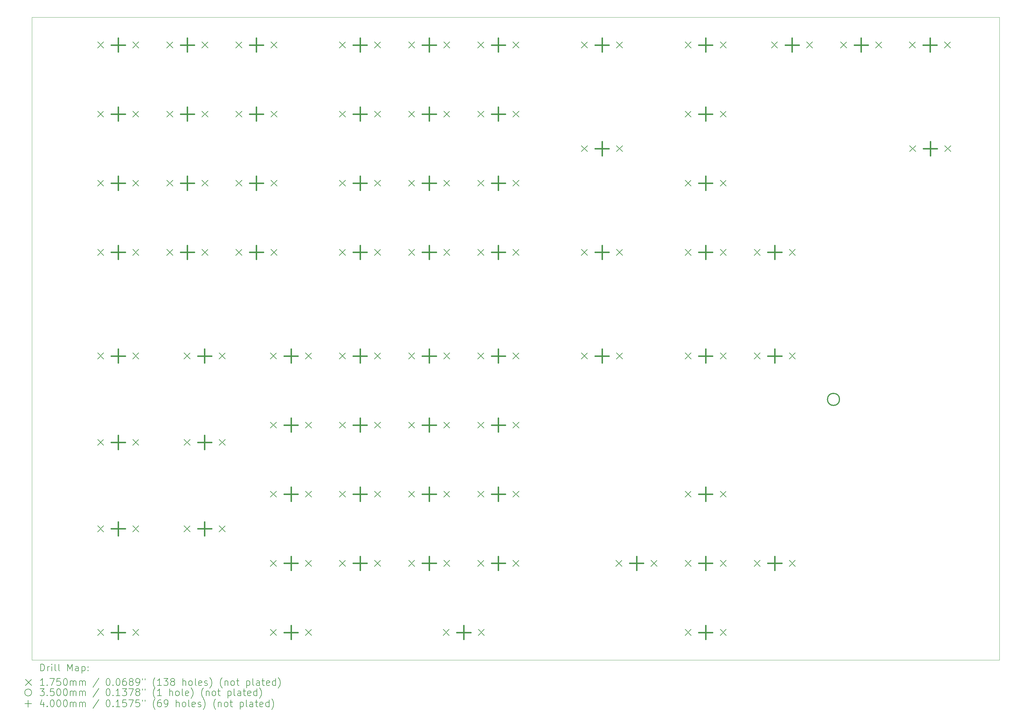
<source format=gbr>
%TF.GenerationSoftware,KiCad,Pcbnew,7.0.5*%
%TF.CreationDate,2023-07-04T22:58:34+02:00*%
%TF.ProjectId,CMD_Board,434d445f-426f-4617-9264-2e6b69636164,rev?*%
%TF.SameCoordinates,Original*%
%TF.FileFunction,Drillmap*%
%TF.FilePolarity,Positive*%
%FSLAX45Y45*%
G04 Gerber Fmt 4.5, Leading zero omitted, Abs format (unit mm)*
G04 Created by KiCad (PCBNEW 7.0.5) date 2023-07-04 22:58:34*
%MOMM*%
%LPD*%
G01*
G04 APERTURE LIST*
%ADD10C,0.100000*%
%ADD11C,0.200000*%
%ADD12C,0.175000*%
%ADD13C,0.350000*%
%ADD14C,0.400000*%
G04 APERTURE END LIST*
D10*
X4000000Y-1200000D02*
X32000000Y-1200000D01*
X32000000Y-19800000D01*
X4000000Y-19800000D01*
X4000000Y-1200000D01*
D11*
D12*
X5904500Y-1912500D02*
X6079500Y-2087500D01*
X6079500Y-1912500D02*
X5904500Y-2087500D01*
X5904500Y-3912500D02*
X6079500Y-4087500D01*
X6079500Y-3912500D02*
X5904500Y-4087500D01*
X5904500Y-5912500D02*
X6079500Y-6087500D01*
X6079500Y-5912500D02*
X5904500Y-6087500D01*
X5904500Y-7912500D02*
X6079500Y-8087500D01*
X6079500Y-7912500D02*
X5904500Y-8087500D01*
X5904500Y-10912500D02*
X6079500Y-11087500D01*
X6079500Y-10912500D02*
X5904500Y-11087500D01*
X5904500Y-13412500D02*
X6079500Y-13587500D01*
X6079500Y-13412500D02*
X5904500Y-13587500D01*
X5904500Y-15912500D02*
X6079500Y-16087500D01*
X6079500Y-15912500D02*
X5904500Y-16087500D01*
X5904500Y-18912500D02*
X6079500Y-19087500D01*
X6079500Y-18912500D02*
X5904500Y-19087500D01*
X6920500Y-1912500D02*
X7095500Y-2087500D01*
X7095500Y-1912500D02*
X6920500Y-2087500D01*
X6920500Y-3912500D02*
X7095500Y-4087500D01*
X7095500Y-3912500D02*
X6920500Y-4087500D01*
X6920500Y-5912500D02*
X7095500Y-6087500D01*
X7095500Y-5912500D02*
X6920500Y-6087500D01*
X6920500Y-7912500D02*
X7095500Y-8087500D01*
X7095500Y-7912500D02*
X6920500Y-8087500D01*
X6920500Y-10912500D02*
X7095500Y-11087500D01*
X7095500Y-10912500D02*
X6920500Y-11087500D01*
X6920500Y-13412500D02*
X7095500Y-13587500D01*
X7095500Y-13412500D02*
X6920500Y-13587500D01*
X6920500Y-15912500D02*
X7095500Y-16087500D01*
X7095500Y-15912500D02*
X6920500Y-16087500D01*
X6920500Y-18912500D02*
X7095500Y-19087500D01*
X7095500Y-18912500D02*
X6920500Y-19087500D01*
X7904500Y-1912500D02*
X8079500Y-2087500D01*
X8079500Y-1912500D02*
X7904500Y-2087500D01*
X7904500Y-3912500D02*
X8079500Y-4087500D01*
X8079500Y-3912500D02*
X7904500Y-4087500D01*
X7904500Y-5912500D02*
X8079500Y-6087500D01*
X8079500Y-5912500D02*
X7904500Y-6087500D01*
X7904500Y-7912500D02*
X8079500Y-8087500D01*
X8079500Y-7912500D02*
X7904500Y-8087500D01*
X8404500Y-10912500D02*
X8579500Y-11087500D01*
X8579500Y-10912500D02*
X8404500Y-11087500D01*
X8404500Y-13412500D02*
X8579500Y-13587500D01*
X8579500Y-13412500D02*
X8404500Y-13587500D01*
X8404500Y-15912500D02*
X8579500Y-16087500D01*
X8579500Y-15912500D02*
X8404500Y-16087500D01*
X8920500Y-1912500D02*
X9095500Y-2087500D01*
X9095500Y-1912500D02*
X8920500Y-2087500D01*
X8920500Y-3912500D02*
X9095500Y-4087500D01*
X9095500Y-3912500D02*
X8920500Y-4087500D01*
X8920500Y-5912500D02*
X9095500Y-6087500D01*
X9095500Y-5912500D02*
X8920500Y-6087500D01*
X8920500Y-7912500D02*
X9095500Y-8087500D01*
X9095500Y-7912500D02*
X8920500Y-8087500D01*
X9420500Y-10912500D02*
X9595500Y-11087500D01*
X9595500Y-10912500D02*
X9420500Y-11087500D01*
X9420500Y-13412500D02*
X9595500Y-13587500D01*
X9595500Y-13412500D02*
X9420500Y-13587500D01*
X9420500Y-15912500D02*
X9595500Y-16087500D01*
X9595500Y-15912500D02*
X9420500Y-16087500D01*
X9904500Y-1912500D02*
X10079500Y-2087500D01*
X10079500Y-1912500D02*
X9904500Y-2087500D01*
X9904500Y-3912500D02*
X10079500Y-4087500D01*
X10079500Y-3912500D02*
X9904500Y-4087500D01*
X9904500Y-5912500D02*
X10079500Y-6087500D01*
X10079500Y-5912500D02*
X9904500Y-6087500D01*
X9904500Y-7912500D02*
X10079500Y-8087500D01*
X10079500Y-7912500D02*
X9904500Y-8087500D01*
X10904500Y-10912500D02*
X11079500Y-11087500D01*
X11079500Y-10912500D02*
X10904500Y-11087500D01*
X10904500Y-12912500D02*
X11079500Y-13087500D01*
X11079500Y-12912500D02*
X10904500Y-13087500D01*
X10904500Y-14912500D02*
X11079500Y-15087500D01*
X11079500Y-14912500D02*
X10904500Y-15087500D01*
X10904500Y-16912500D02*
X11079500Y-17087500D01*
X11079500Y-16912500D02*
X10904500Y-17087500D01*
X10904500Y-18912500D02*
X11079500Y-19087500D01*
X11079500Y-18912500D02*
X10904500Y-19087500D01*
X10920500Y-1912500D02*
X11095500Y-2087500D01*
X11095500Y-1912500D02*
X10920500Y-2087500D01*
X10920500Y-3912500D02*
X11095500Y-4087500D01*
X11095500Y-3912500D02*
X10920500Y-4087500D01*
X10920500Y-5912500D02*
X11095500Y-6087500D01*
X11095500Y-5912500D02*
X10920500Y-6087500D01*
X10920500Y-7912500D02*
X11095500Y-8087500D01*
X11095500Y-7912500D02*
X10920500Y-8087500D01*
X11920500Y-10912500D02*
X12095500Y-11087500D01*
X12095500Y-10912500D02*
X11920500Y-11087500D01*
X11920500Y-12912500D02*
X12095500Y-13087500D01*
X12095500Y-12912500D02*
X11920500Y-13087500D01*
X11920500Y-14912500D02*
X12095500Y-15087500D01*
X12095500Y-14912500D02*
X11920500Y-15087500D01*
X11920500Y-16912500D02*
X12095500Y-17087500D01*
X12095500Y-16912500D02*
X11920500Y-17087500D01*
X11920500Y-18912500D02*
X12095500Y-19087500D01*
X12095500Y-18912500D02*
X11920500Y-19087500D01*
X12904500Y-1912500D02*
X13079500Y-2087500D01*
X13079500Y-1912500D02*
X12904500Y-2087500D01*
X12904500Y-3912500D02*
X13079500Y-4087500D01*
X13079500Y-3912500D02*
X12904500Y-4087500D01*
X12904500Y-5912500D02*
X13079500Y-6087500D01*
X13079500Y-5912500D02*
X12904500Y-6087500D01*
X12904500Y-7912500D02*
X13079500Y-8087500D01*
X13079500Y-7912500D02*
X12904500Y-8087500D01*
X12904500Y-10912500D02*
X13079500Y-11087500D01*
X13079500Y-10912500D02*
X12904500Y-11087500D01*
X12904500Y-12912500D02*
X13079500Y-13087500D01*
X13079500Y-12912500D02*
X12904500Y-13087500D01*
X12904500Y-14912500D02*
X13079500Y-15087500D01*
X13079500Y-14912500D02*
X12904500Y-15087500D01*
X12904500Y-16912500D02*
X13079500Y-17087500D01*
X13079500Y-16912500D02*
X12904500Y-17087500D01*
X13920500Y-1912500D02*
X14095500Y-2087500D01*
X14095500Y-1912500D02*
X13920500Y-2087500D01*
X13920500Y-3912500D02*
X14095500Y-4087500D01*
X14095500Y-3912500D02*
X13920500Y-4087500D01*
X13920500Y-5912500D02*
X14095500Y-6087500D01*
X14095500Y-5912500D02*
X13920500Y-6087500D01*
X13920500Y-7912500D02*
X14095500Y-8087500D01*
X14095500Y-7912500D02*
X13920500Y-8087500D01*
X13920500Y-10912500D02*
X14095500Y-11087500D01*
X14095500Y-10912500D02*
X13920500Y-11087500D01*
X13920500Y-12912500D02*
X14095500Y-13087500D01*
X14095500Y-12912500D02*
X13920500Y-13087500D01*
X13920500Y-14912500D02*
X14095500Y-15087500D01*
X14095500Y-14912500D02*
X13920500Y-15087500D01*
X13920500Y-16912500D02*
X14095500Y-17087500D01*
X14095500Y-16912500D02*
X13920500Y-17087500D01*
X14904500Y-1912500D02*
X15079500Y-2087500D01*
X15079500Y-1912500D02*
X14904500Y-2087500D01*
X14904500Y-3912500D02*
X15079500Y-4087500D01*
X15079500Y-3912500D02*
X14904500Y-4087500D01*
X14904500Y-5912500D02*
X15079500Y-6087500D01*
X15079500Y-5912500D02*
X14904500Y-6087500D01*
X14904500Y-7912500D02*
X15079500Y-8087500D01*
X15079500Y-7912500D02*
X14904500Y-8087500D01*
X14904500Y-10912500D02*
X15079500Y-11087500D01*
X15079500Y-10912500D02*
X14904500Y-11087500D01*
X14904500Y-12912500D02*
X15079500Y-13087500D01*
X15079500Y-12912500D02*
X14904500Y-13087500D01*
X14904500Y-14912500D02*
X15079500Y-15087500D01*
X15079500Y-14912500D02*
X14904500Y-15087500D01*
X14904500Y-16912500D02*
X15079500Y-17087500D01*
X15079500Y-16912500D02*
X14904500Y-17087500D01*
X15904500Y-18912500D02*
X16079500Y-19087500D01*
X16079500Y-18912500D02*
X15904500Y-19087500D01*
X15920500Y-1912500D02*
X16095500Y-2087500D01*
X16095500Y-1912500D02*
X15920500Y-2087500D01*
X15920500Y-3912500D02*
X16095500Y-4087500D01*
X16095500Y-3912500D02*
X15920500Y-4087500D01*
X15920500Y-5912500D02*
X16095500Y-6087500D01*
X16095500Y-5912500D02*
X15920500Y-6087500D01*
X15920500Y-7912500D02*
X16095500Y-8087500D01*
X16095500Y-7912500D02*
X15920500Y-8087500D01*
X15920500Y-10912500D02*
X16095500Y-11087500D01*
X16095500Y-10912500D02*
X15920500Y-11087500D01*
X15920500Y-12912500D02*
X16095500Y-13087500D01*
X16095500Y-12912500D02*
X15920500Y-13087500D01*
X15920500Y-14912500D02*
X16095500Y-15087500D01*
X16095500Y-14912500D02*
X15920500Y-15087500D01*
X15920500Y-16912500D02*
X16095500Y-17087500D01*
X16095500Y-16912500D02*
X15920500Y-17087500D01*
X16904500Y-1912500D02*
X17079500Y-2087500D01*
X17079500Y-1912500D02*
X16904500Y-2087500D01*
X16904500Y-3912500D02*
X17079500Y-4087500D01*
X17079500Y-3912500D02*
X16904500Y-4087500D01*
X16904500Y-5912500D02*
X17079500Y-6087500D01*
X17079500Y-5912500D02*
X16904500Y-6087500D01*
X16904500Y-7912500D02*
X17079500Y-8087500D01*
X17079500Y-7912500D02*
X16904500Y-8087500D01*
X16904500Y-10912500D02*
X17079500Y-11087500D01*
X17079500Y-10912500D02*
X16904500Y-11087500D01*
X16904500Y-12912500D02*
X17079500Y-13087500D01*
X17079500Y-12912500D02*
X16904500Y-13087500D01*
X16904500Y-14912500D02*
X17079500Y-15087500D01*
X17079500Y-14912500D02*
X16904500Y-15087500D01*
X16904500Y-16912500D02*
X17079500Y-17087500D01*
X17079500Y-16912500D02*
X16904500Y-17087500D01*
X16920500Y-18912500D02*
X17095500Y-19087500D01*
X17095500Y-18912500D02*
X16920500Y-19087500D01*
X17920500Y-1912500D02*
X18095500Y-2087500D01*
X18095500Y-1912500D02*
X17920500Y-2087500D01*
X17920500Y-3912500D02*
X18095500Y-4087500D01*
X18095500Y-3912500D02*
X17920500Y-4087500D01*
X17920500Y-5912500D02*
X18095500Y-6087500D01*
X18095500Y-5912500D02*
X17920500Y-6087500D01*
X17920500Y-7912500D02*
X18095500Y-8087500D01*
X18095500Y-7912500D02*
X17920500Y-8087500D01*
X17920500Y-10912500D02*
X18095500Y-11087500D01*
X18095500Y-10912500D02*
X17920500Y-11087500D01*
X17920500Y-12912500D02*
X18095500Y-13087500D01*
X18095500Y-12912500D02*
X17920500Y-13087500D01*
X17920500Y-14912500D02*
X18095500Y-15087500D01*
X18095500Y-14912500D02*
X17920500Y-15087500D01*
X17920500Y-16912500D02*
X18095500Y-17087500D01*
X18095500Y-16912500D02*
X17920500Y-17087500D01*
X19904500Y-1912500D02*
X20079500Y-2087500D01*
X20079500Y-1912500D02*
X19904500Y-2087500D01*
X19904500Y-4912500D02*
X20079500Y-5087500D01*
X20079500Y-4912500D02*
X19904500Y-5087500D01*
X19904500Y-7912500D02*
X20079500Y-8087500D01*
X20079500Y-7912500D02*
X19904500Y-8087500D01*
X19904500Y-10912500D02*
X20079500Y-11087500D01*
X20079500Y-10912500D02*
X19904500Y-11087500D01*
X20904500Y-16912500D02*
X21079500Y-17087500D01*
X21079500Y-16912500D02*
X20904500Y-17087500D01*
X20920500Y-1912500D02*
X21095500Y-2087500D01*
X21095500Y-1912500D02*
X20920500Y-2087500D01*
X20920500Y-4912500D02*
X21095500Y-5087500D01*
X21095500Y-4912500D02*
X20920500Y-5087500D01*
X20920500Y-7912500D02*
X21095500Y-8087500D01*
X21095500Y-7912500D02*
X20920500Y-8087500D01*
X20920500Y-10912500D02*
X21095500Y-11087500D01*
X21095500Y-10912500D02*
X20920500Y-11087500D01*
X21920500Y-16912500D02*
X22095500Y-17087500D01*
X22095500Y-16912500D02*
X21920500Y-17087500D01*
X22904500Y-1912500D02*
X23079500Y-2087500D01*
X23079500Y-1912500D02*
X22904500Y-2087500D01*
X22904500Y-3912500D02*
X23079500Y-4087500D01*
X23079500Y-3912500D02*
X22904500Y-4087500D01*
X22904500Y-5912500D02*
X23079500Y-6087500D01*
X23079500Y-5912500D02*
X22904500Y-6087500D01*
X22904500Y-7912500D02*
X23079500Y-8087500D01*
X23079500Y-7912500D02*
X22904500Y-8087500D01*
X22904500Y-10912500D02*
X23079500Y-11087500D01*
X23079500Y-10912500D02*
X22904500Y-11087500D01*
X22904500Y-14912500D02*
X23079500Y-15087500D01*
X23079500Y-14912500D02*
X22904500Y-15087500D01*
X22904500Y-16912500D02*
X23079500Y-17087500D01*
X23079500Y-16912500D02*
X22904500Y-17087500D01*
X22904500Y-18912500D02*
X23079500Y-19087500D01*
X23079500Y-18912500D02*
X22904500Y-19087500D01*
X23920500Y-1912500D02*
X24095500Y-2087500D01*
X24095500Y-1912500D02*
X23920500Y-2087500D01*
X23920500Y-3912500D02*
X24095500Y-4087500D01*
X24095500Y-3912500D02*
X23920500Y-4087500D01*
X23920500Y-5912500D02*
X24095500Y-6087500D01*
X24095500Y-5912500D02*
X23920500Y-6087500D01*
X23920500Y-7912500D02*
X24095500Y-8087500D01*
X24095500Y-7912500D02*
X23920500Y-8087500D01*
X23920500Y-10912500D02*
X24095500Y-11087500D01*
X24095500Y-10912500D02*
X23920500Y-11087500D01*
X23920500Y-14912500D02*
X24095500Y-15087500D01*
X24095500Y-14912500D02*
X23920500Y-15087500D01*
X23920500Y-16912500D02*
X24095500Y-17087500D01*
X24095500Y-16912500D02*
X23920500Y-17087500D01*
X23920500Y-18912500D02*
X24095500Y-19087500D01*
X24095500Y-18912500D02*
X23920500Y-19087500D01*
X24904500Y-7912500D02*
X25079500Y-8087500D01*
X25079500Y-7912500D02*
X24904500Y-8087500D01*
X24904500Y-10912500D02*
X25079500Y-11087500D01*
X25079500Y-10912500D02*
X24904500Y-11087500D01*
X24904500Y-16912500D02*
X25079500Y-17087500D01*
X25079500Y-16912500D02*
X24904500Y-17087500D01*
X25404500Y-1912500D02*
X25579500Y-2087500D01*
X25579500Y-1912500D02*
X25404500Y-2087500D01*
X25920500Y-7912500D02*
X26095500Y-8087500D01*
X26095500Y-7912500D02*
X25920500Y-8087500D01*
X25920500Y-10912500D02*
X26095500Y-11087500D01*
X26095500Y-10912500D02*
X25920500Y-11087500D01*
X25920500Y-16912500D02*
X26095500Y-17087500D01*
X26095500Y-16912500D02*
X25920500Y-17087500D01*
X26420500Y-1912500D02*
X26595500Y-2087500D01*
X26595500Y-1912500D02*
X26420500Y-2087500D01*
X27404500Y-1912500D02*
X27579500Y-2087500D01*
X27579500Y-1912500D02*
X27404500Y-2087500D01*
X28420500Y-1912500D02*
X28595500Y-2087500D01*
X28595500Y-1912500D02*
X28420500Y-2087500D01*
X29396500Y-1912500D02*
X29571500Y-2087500D01*
X29571500Y-1912500D02*
X29396500Y-2087500D01*
X29404500Y-4912500D02*
X29579500Y-5087500D01*
X29579500Y-4912500D02*
X29404500Y-5087500D01*
X30412500Y-1912500D02*
X30587500Y-2087500D01*
X30587500Y-1912500D02*
X30412500Y-2087500D01*
X30420500Y-4912500D02*
X30595500Y-5087500D01*
X30595500Y-4912500D02*
X30420500Y-5087500D01*
D13*
X27375000Y-12257000D02*
G75*
G03*
X27375000Y-12257000I-175000J0D01*
G01*
D14*
X6500000Y-1800000D02*
X6500000Y-2200000D01*
X6300000Y-2000000D02*
X6700000Y-2000000D01*
X6500000Y-3800000D02*
X6500000Y-4200000D01*
X6300000Y-4000000D02*
X6700000Y-4000000D01*
X6500000Y-5800000D02*
X6500000Y-6200000D01*
X6300000Y-6000000D02*
X6700000Y-6000000D01*
X6500000Y-7800000D02*
X6500000Y-8200000D01*
X6300000Y-8000000D02*
X6700000Y-8000000D01*
X6500000Y-10800000D02*
X6500000Y-11200000D01*
X6300000Y-11000000D02*
X6700000Y-11000000D01*
X6500000Y-13300000D02*
X6500000Y-13700000D01*
X6300000Y-13500000D02*
X6700000Y-13500000D01*
X6500000Y-15800000D02*
X6500000Y-16200000D01*
X6300000Y-16000000D02*
X6700000Y-16000000D01*
X6500000Y-18800000D02*
X6500000Y-19200000D01*
X6300000Y-19000000D02*
X6700000Y-19000000D01*
X8500000Y-1800000D02*
X8500000Y-2200000D01*
X8300000Y-2000000D02*
X8700000Y-2000000D01*
X8500000Y-3800000D02*
X8500000Y-4200000D01*
X8300000Y-4000000D02*
X8700000Y-4000000D01*
X8500000Y-5800000D02*
X8500000Y-6200000D01*
X8300000Y-6000000D02*
X8700000Y-6000000D01*
X8500000Y-7800000D02*
X8500000Y-8200000D01*
X8300000Y-8000000D02*
X8700000Y-8000000D01*
X9000000Y-10800000D02*
X9000000Y-11200000D01*
X8800000Y-11000000D02*
X9200000Y-11000000D01*
X9000000Y-13300000D02*
X9000000Y-13700000D01*
X8800000Y-13500000D02*
X9200000Y-13500000D01*
X9000000Y-15800000D02*
X9000000Y-16200000D01*
X8800000Y-16000000D02*
X9200000Y-16000000D01*
X10500000Y-1800000D02*
X10500000Y-2200000D01*
X10300000Y-2000000D02*
X10700000Y-2000000D01*
X10500000Y-3800000D02*
X10500000Y-4200000D01*
X10300000Y-4000000D02*
X10700000Y-4000000D01*
X10500000Y-5800000D02*
X10500000Y-6200000D01*
X10300000Y-6000000D02*
X10700000Y-6000000D01*
X10500000Y-7800000D02*
X10500000Y-8200000D01*
X10300000Y-8000000D02*
X10700000Y-8000000D01*
X11500000Y-10800000D02*
X11500000Y-11200000D01*
X11300000Y-11000000D02*
X11700000Y-11000000D01*
X11500000Y-12800000D02*
X11500000Y-13200000D01*
X11300000Y-13000000D02*
X11700000Y-13000000D01*
X11500000Y-14800000D02*
X11500000Y-15200000D01*
X11300000Y-15000000D02*
X11700000Y-15000000D01*
X11500000Y-16800000D02*
X11500000Y-17200000D01*
X11300000Y-17000000D02*
X11700000Y-17000000D01*
X11500000Y-18800000D02*
X11500000Y-19200000D01*
X11300000Y-19000000D02*
X11700000Y-19000000D01*
X13500000Y-1800000D02*
X13500000Y-2200000D01*
X13300000Y-2000000D02*
X13700000Y-2000000D01*
X13500000Y-3800000D02*
X13500000Y-4200000D01*
X13300000Y-4000000D02*
X13700000Y-4000000D01*
X13500000Y-5800000D02*
X13500000Y-6200000D01*
X13300000Y-6000000D02*
X13700000Y-6000000D01*
X13500000Y-7800000D02*
X13500000Y-8200000D01*
X13300000Y-8000000D02*
X13700000Y-8000000D01*
X13500000Y-10800000D02*
X13500000Y-11200000D01*
X13300000Y-11000000D02*
X13700000Y-11000000D01*
X13500000Y-12800000D02*
X13500000Y-13200000D01*
X13300000Y-13000000D02*
X13700000Y-13000000D01*
X13500000Y-14800000D02*
X13500000Y-15200000D01*
X13300000Y-15000000D02*
X13700000Y-15000000D01*
X13500000Y-16800000D02*
X13500000Y-17200000D01*
X13300000Y-17000000D02*
X13700000Y-17000000D01*
X15500000Y-1800000D02*
X15500000Y-2200000D01*
X15300000Y-2000000D02*
X15700000Y-2000000D01*
X15500000Y-3800000D02*
X15500000Y-4200000D01*
X15300000Y-4000000D02*
X15700000Y-4000000D01*
X15500000Y-5800000D02*
X15500000Y-6200000D01*
X15300000Y-6000000D02*
X15700000Y-6000000D01*
X15500000Y-7800000D02*
X15500000Y-8200000D01*
X15300000Y-8000000D02*
X15700000Y-8000000D01*
X15500000Y-10800000D02*
X15500000Y-11200000D01*
X15300000Y-11000000D02*
X15700000Y-11000000D01*
X15500000Y-12800000D02*
X15500000Y-13200000D01*
X15300000Y-13000000D02*
X15700000Y-13000000D01*
X15500000Y-14800000D02*
X15500000Y-15200000D01*
X15300000Y-15000000D02*
X15700000Y-15000000D01*
X15500000Y-16800000D02*
X15500000Y-17200000D01*
X15300000Y-17000000D02*
X15700000Y-17000000D01*
X16500000Y-18800000D02*
X16500000Y-19200000D01*
X16300000Y-19000000D02*
X16700000Y-19000000D01*
X17500000Y-1800000D02*
X17500000Y-2200000D01*
X17300000Y-2000000D02*
X17700000Y-2000000D01*
X17500000Y-3800000D02*
X17500000Y-4200000D01*
X17300000Y-4000000D02*
X17700000Y-4000000D01*
X17500000Y-5800000D02*
X17500000Y-6200000D01*
X17300000Y-6000000D02*
X17700000Y-6000000D01*
X17500000Y-7800000D02*
X17500000Y-8200000D01*
X17300000Y-8000000D02*
X17700000Y-8000000D01*
X17500000Y-10800000D02*
X17500000Y-11200000D01*
X17300000Y-11000000D02*
X17700000Y-11000000D01*
X17500000Y-12800000D02*
X17500000Y-13200000D01*
X17300000Y-13000000D02*
X17700000Y-13000000D01*
X17500000Y-14800000D02*
X17500000Y-15200000D01*
X17300000Y-15000000D02*
X17700000Y-15000000D01*
X17500000Y-16800000D02*
X17500000Y-17200000D01*
X17300000Y-17000000D02*
X17700000Y-17000000D01*
X20500000Y-1800000D02*
X20500000Y-2200000D01*
X20300000Y-2000000D02*
X20700000Y-2000000D01*
X20500000Y-4800000D02*
X20500000Y-5200000D01*
X20300000Y-5000000D02*
X20700000Y-5000000D01*
X20500000Y-7800000D02*
X20500000Y-8200000D01*
X20300000Y-8000000D02*
X20700000Y-8000000D01*
X20500000Y-10800000D02*
X20500000Y-11200000D01*
X20300000Y-11000000D02*
X20700000Y-11000000D01*
X21500000Y-16800000D02*
X21500000Y-17200000D01*
X21300000Y-17000000D02*
X21700000Y-17000000D01*
X23500000Y-1800000D02*
X23500000Y-2200000D01*
X23300000Y-2000000D02*
X23700000Y-2000000D01*
X23500000Y-3800000D02*
X23500000Y-4200000D01*
X23300000Y-4000000D02*
X23700000Y-4000000D01*
X23500000Y-5800000D02*
X23500000Y-6200000D01*
X23300000Y-6000000D02*
X23700000Y-6000000D01*
X23500000Y-7800000D02*
X23500000Y-8200000D01*
X23300000Y-8000000D02*
X23700000Y-8000000D01*
X23500000Y-10800000D02*
X23500000Y-11200000D01*
X23300000Y-11000000D02*
X23700000Y-11000000D01*
X23500000Y-14800000D02*
X23500000Y-15200000D01*
X23300000Y-15000000D02*
X23700000Y-15000000D01*
X23500000Y-16800000D02*
X23500000Y-17200000D01*
X23300000Y-17000000D02*
X23700000Y-17000000D01*
X23500000Y-18800000D02*
X23500000Y-19200000D01*
X23300000Y-19000000D02*
X23700000Y-19000000D01*
X25500000Y-7800000D02*
X25500000Y-8200000D01*
X25300000Y-8000000D02*
X25700000Y-8000000D01*
X25500000Y-10800000D02*
X25500000Y-11200000D01*
X25300000Y-11000000D02*
X25700000Y-11000000D01*
X25500000Y-16800000D02*
X25500000Y-17200000D01*
X25300000Y-17000000D02*
X25700000Y-17000000D01*
X26000000Y-1800000D02*
X26000000Y-2200000D01*
X25800000Y-2000000D02*
X26200000Y-2000000D01*
X28000000Y-1800000D02*
X28000000Y-2200000D01*
X27800000Y-2000000D02*
X28200000Y-2000000D01*
X29992000Y-1800000D02*
X29992000Y-2200000D01*
X29792000Y-2000000D02*
X30192000Y-2000000D01*
X30000000Y-4800000D02*
X30000000Y-5200000D01*
X29800000Y-5000000D02*
X30200000Y-5000000D01*
D11*
X4255777Y-20116484D02*
X4255777Y-19916484D01*
X4255777Y-19916484D02*
X4303396Y-19916484D01*
X4303396Y-19916484D02*
X4331967Y-19926008D01*
X4331967Y-19926008D02*
X4351015Y-19945055D01*
X4351015Y-19945055D02*
X4360539Y-19964103D01*
X4360539Y-19964103D02*
X4370063Y-20002198D01*
X4370063Y-20002198D02*
X4370063Y-20030770D01*
X4370063Y-20030770D02*
X4360539Y-20068865D01*
X4360539Y-20068865D02*
X4351015Y-20087912D01*
X4351015Y-20087912D02*
X4331967Y-20106960D01*
X4331967Y-20106960D02*
X4303396Y-20116484D01*
X4303396Y-20116484D02*
X4255777Y-20116484D01*
X4455777Y-20116484D02*
X4455777Y-19983150D01*
X4455777Y-20021246D02*
X4465301Y-20002198D01*
X4465301Y-20002198D02*
X4474824Y-19992674D01*
X4474824Y-19992674D02*
X4493872Y-19983150D01*
X4493872Y-19983150D02*
X4512920Y-19983150D01*
X4579586Y-20116484D02*
X4579586Y-19983150D01*
X4579586Y-19916484D02*
X4570063Y-19926008D01*
X4570063Y-19926008D02*
X4579586Y-19935531D01*
X4579586Y-19935531D02*
X4589110Y-19926008D01*
X4589110Y-19926008D02*
X4579586Y-19916484D01*
X4579586Y-19916484D02*
X4579586Y-19935531D01*
X4703396Y-20116484D02*
X4684348Y-20106960D01*
X4684348Y-20106960D02*
X4674824Y-20087912D01*
X4674824Y-20087912D02*
X4674824Y-19916484D01*
X4808158Y-20116484D02*
X4789110Y-20106960D01*
X4789110Y-20106960D02*
X4779586Y-20087912D01*
X4779586Y-20087912D02*
X4779586Y-19916484D01*
X5036729Y-20116484D02*
X5036729Y-19916484D01*
X5036729Y-19916484D02*
X5103396Y-20059341D01*
X5103396Y-20059341D02*
X5170063Y-19916484D01*
X5170063Y-19916484D02*
X5170063Y-20116484D01*
X5351015Y-20116484D02*
X5351015Y-20011722D01*
X5351015Y-20011722D02*
X5341491Y-19992674D01*
X5341491Y-19992674D02*
X5322444Y-19983150D01*
X5322444Y-19983150D02*
X5284348Y-19983150D01*
X5284348Y-19983150D02*
X5265301Y-19992674D01*
X5351015Y-20106960D02*
X5331967Y-20116484D01*
X5331967Y-20116484D02*
X5284348Y-20116484D01*
X5284348Y-20116484D02*
X5265301Y-20106960D01*
X5265301Y-20106960D02*
X5255777Y-20087912D01*
X5255777Y-20087912D02*
X5255777Y-20068865D01*
X5255777Y-20068865D02*
X5265301Y-20049817D01*
X5265301Y-20049817D02*
X5284348Y-20040293D01*
X5284348Y-20040293D02*
X5331967Y-20040293D01*
X5331967Y-20040293D02*
X5351015Y-20030770D01*
X5446253Y-19983150D02*
X5446253Y-20183150D01*
X5446253Y-19992674D02*
X5465301Y-19983150D01*
X5465301Y-19983150D02*
X5503396Y-19983150D01*
X5503396Y-19983150D02*
X5522444Y-19992674D01*
X5522444Y-19992674D02*
X5531967Y-20002198D01*
X5531967Y-20002198D02*
X5541491Y-20021246D01*
X5541491Y-20021246D02*
X5541491Y-20078389D01*
X5541491Y-20078389D02*
X5531967Y-20097436D01*
X5531967Y-20097436D02*
X5522444Y-20106960D01*
X5522444Y-20106960D02*
X5503396Y-20116484D01*
X5503396Y-20116484D02*
X5465301Y-20116484D01*
X5465301Y-20116484D02*
X5446253Y-20106960D01*
X5627205Y-20097436D02*
X5636729Y-20106960D01*
X5636729Y-20106960D02*
X5627205Y-20116484D01*
X5627205Y-20116484D02*
X5617682Y-20106960D01*
X5617682Y-20106960D02*
X5627205Y-20097436D01*
X5627205Y-20097436D02*
X5627205Y-20116484D01*
X5627205Y-19992674D02*
X5636729Y-20002198D01*
X5636729Y-20002198D02*
X5627205Y-20011722D01*
X5627205Y-20011722D02*
X5617682Y-20002198D01*
X5617682Y-20002198D02*
X5627205Y-19992674D01*
X5627205Y-19992674D02*
X5627205Y-20011722D01*
D12*
X3820000Y-20357500D02*
X3995000Y-20532500D01*
X3995000Y-20357500D02*
X3820000Y-20532500D01*
D11*
X4360539Y-20536484D02*
X4246253Y-20536484D01*
X4303396Y-20536484D02*
X4303396Y-20336484D01*
X4303396Y-20336484D02*
X4284348Y-20365055D01*
X4284348Y-20365055D02*
X4265301Y-20384103D01*
X4265301Y-20384103D02*
X4246253Y-20393627D01*
X4446253Y-20517436D02*
X4455777Y-20526960D01*
X4455777Y-20526960D02*
X4446253Y-20536484D01*
X4446253Y-20536484D02*
X4436729Y-20526960D01*
X4436729Y-20526960D02*
X4446253Y-20517436D01*
X4446253Y-20517436D02*
X4446253Y-20536484D01*
X4522444Y-20336484D02*
X4655777Y-20336484D01*
X4655777Y-20336484D02*
X4570063Y-20536484D01*
X4827205Y-20336484D02*
X4731967Y-20336484D01*
X4731967Y-20336484D02*
X4722444Y-20431722D01*
X4722444Y-20431722D02*
X4731967Y-20422198D01*
X4731967Y-20422198D02*
X4751015Y-20412674D01*
X4751015Y-20412674D02*
X4798634Y-20412674D01*
X4798634Y-20412674D02*
X4817682Y-20422198D01*
X4817682Y-20422198D02*
X4827205Y-20431722D01*
X4827205Y-20431722D02*
X4836729Y-20450770D01*
X4836729Y-20450770D02*
X4836729Y-20498389D01*
X4836729Y-20498389D02*
X4827205Y-20517436D01*
X4827205Y-20517436D02*
X4817682Y-20526960D01*
X4817682Y-20526960D02*
X4798634Y-20536484D01*
X4798634Y-20536484D02*
X4751015Y-20536484D01*
X4751015Y-20536484D02*
X4731967Y-20526960D01*
X4731967Y-20526960D02*
X4722444Y-20517436D01*
X4960539Y-20336484D02*
X4979586Y-20336484D01*
X4979586Y-20336484D02*
X4998634Y-20346008D01*
X4998634Y-20346008D02*
X5008158Y-20355531D01*
X5008158Y-20355531D02*
X5017682Y-20374579D01*
X5017682Y-20374579D02*
X5027205Y-20412674D01*
X5027205Y-20412674D02*
X5027205Y-20460293D01*
X5027205Y-20460293D02*
X5017682Y-20498389D01*
X5017682Y-20498389D02*
X5008158Y-20517436D01*
X5008158Y-20517436D02*
X4998634Y-20526960D01*
X4998634Y-20526960D02*
X4979586Y-20536484D01*
X4979586Y-20536484D02*
X4960539Y-20536484D01*
X4960539Y-20536484D02*
X4941491Y-20526960D01*
X4941491Y-20526960D02*
X4931967Y-20517436D01*
X4931967Y-20517436D02*
X4922444Y-20498389D01*
X4922444Y-20498389D02*
X4912920Y-20460293D01*
X4912920Y-20460293D02*
X4912920Y-20412674D01*
X4912920Y-20412674D02*
X4922444Y-20374579D01*
X4922444Y-20374579D02*
X4931967Y-20355531D01*
X4931967Y-20355531D02*
X4941491Y-20346008D01*
X4941491Y-20346008D02*
X4960539Y-20336484D01*
X5112920Y-20536484D02*
X5112920Y-20403150D01*
X5112920Y-20422198D02*
X5122444Y-20412674D01*
X5122444Y-20412674D02*
X5141491Y-20403150D01*
X5141491Y-20403150D02*
X5170063Y-20403150D01*
X5170063Y-20403150D02*
X5189110Y-20412674D01*
X5189110Y-20412674D02*
X5198634Y-20431722D01*
X5198634Y-20431722D02*
X5198634Y-20536484D01*
X5198634Y-20431722D02*
X5208158Y-20412674D01*
X5208158Y-20412674D02*
X5227205Y-20403150D01*
X5227205Y-20403150D02*
X5255777Y-20403150D01*
X5255777Y-20403150D02*
X5274825Y-20412674D01*
X5274825Y-20412674D02*
X5284348Y-20431722D01*
X5284348Y-20431722D02*
X5284348Y-20536484D01*
X5379586Y-20536484D02*
X5379586Y-20403150D01*
X5379586Y-20422198D02*
X5389110Y-20412674D01*
X5389110Y-20412674D02*
X5408158Y-20403150D01*
X5408158Y-20403150D02*
X5436729Y-20403150D01*
X5436729Y-20403150D02*
X5455777Y-20412674D01*
X5455777Y-20412674D02*
X5465301Y-20431722D01*
X5465301Y-20431722D02*
X5465301Y-20536484D01*
X5465301Y-20431722D02*
X5474825Y-20412674D01*
X5474825Y-20412674D02*
X5493872Y-20403150D01*
X5493872Y-20403150D02*
X5522444Y-20403150D01*
X5522444Y-20403150D02*
X5541491Y-20412674D01*
X5541491Y-20412674D02*
X5551015Y-20431722D01*
X5551015Y-20431722D02*
X5551015Y-20536484D01*
X5941491Y-20326960D02*
X5770063Y-20584103D01*
X6198634Y-20336484D02*
X6217682Y-20336484D01*
X6217682Y-20336484D02*
X6236729Y-20346008D01*
X6236729Y-20346008D02*
X6246253Y-20355531D01*
X6246253Y-20355531D02*
X6255777Y-20374579D01*
X6255777Y-20374579D02*
X6265301Y-20412674D01*
X6265301Y-20412674D02*
X6265301Y-20460293D01*
X6265301Y-20460293D02*
X6255777Y-20498389D01*
X6255777Y-20498389D02*
X6246253Y-20517436D01*
X6246253Y-20517436D02*
X6236729Y-20526960D01*
X6236729Y-20526960D02*
X6217682Y-20536484D01*
X6217682Y-20536484D02*
X6198634Y-20536484D01*
X6198634Y-20536484D02*
X6179586Y-20526960D01*
X6179586Y-20526960D02*
X6170063Y-20517436D01*
X6170063Y-20517436D02*
X6160539Y-20498389D01*
X6160539Y-20498389D02*
X6151015Y-20460293D01*
X6151015Y-20460293D02*
X6151015Y-20412674D01*
X6151015Y-20412674D02*
X6160539Y-20374579D01*
X6160539Y-20374579D02*
X6170063Y-20355531D01*
X6170063Y-20355531D02*
X6179586Y-20346008D01*
X6179586Y-20346008D02*
X6198634Y-20336484D01*
X6351015Y-20517436D02*
X6360539Y-20526960D01*
X6360539Y-20526960D02*
X6351015Y-20536484D01*
X6351015Y-20536484D02*
X6341491Y-20526960D01*
X6341491Y-20526960D02*
X6351015Y-20517436D01*
X6351015Y-20517436D02*
X6351015Y-20536484D01*
X6484348Y-20336484D02*
X6503396Y-20336484D01*
X6503396Y-20336484D02*
X6522444Y-20346008D01*
X6522444Y-20346008D02*
X6531967Y-20355531D01*
X6531967Y-20355531D02*
X6541491Y-20374579D01*
X6541491Y-20374579D02*
X6551015Y-20412674D01*
X6551015Y-20412674D02*
X6551015Y-20460293D01*
X6551015Y-20460293D02*
X6541491Y-20498389D01*
X6541491Y-20498389D02*
X6531967Y-20517436D01*
X6531967Y-20517436D02*
X6522444Y-20526960D01*
X6522444Y-20526960D02*
X6503396Y-20536484D01*
X6503396Y-20536484D02*
X6484348Y-20536484D01*
X6484348Y-20536484D02*
X6465301Y-20526960D01*
X6465301Y-20526960D02*
X6455777Y-20517436D01*
X6455777Y-20517436D02*
X6446253Y-20498389D01*
X6446253Y-20498389D02*
X6436729Y-20460293D01*
X6436729Y-20460293D02*
X6436729Y-20412674D01*
X6436729Y-20412674D02*
X6446253Y-20374579D01*
X6446253Y-20374579D02*
X6455777Y-20355531D01*
X6455777Y-20355531D02*
X6465301Y-20346008D01*
X6465301Y-20346008D02*
X6484348Y-20336484D01*
X6722444Y-20336484D02*
X6684348Y-20336484D01*
X6684348Y-20336484D02*
X6665301Y-20346008D01*
X6665301Y-20346008D02*
X6655777Y-20355531D01*
X6655777Y-20355531D02*
X6636729Y-20384103D01*
X6636729Y-20384103D02*
X6627206Y-20422198D01*
X6627206Y-20422198D02*
X6627206Y-20498389D01*
X6627206Y-20498389D02*
X6636729Y-20517436D01*
X6636729Y-20517436D02*
X6646253Y-20526960D01*
X6646253Y-20526960D02*
X6665301Y-20536484D01*
X6665301Y-20536484D02*
X6703396Y-20536484D01*
X6703396Y-20536484D02*
X6722444Y-20526960D01*
X6722444Y-20526960D02*
X6731967Y-20517436D01*
X6731967Y-20517436D02*
X6741491Y-20498389D01*
X6741491Y-20498389D02*
X6741491Y-20450770D01*
X6741491Y-20450770D02*
X6731967Y-20431722D01*
X6731967Y-20431722D02*
X6722444Y-20422198D01*
X6722444Y-20422198D02*
X6703396Y-20412674D01*
X6703396Y-20412674D02*
X6665301Y-20412674D01*
X6665301Y-20412674D02*
X6646253Y-20422198D01*
X6646253Y-20422198D02*
X6636729Y-20431722D01*
X6636729Y-20431722D02*
X6627206Y-20450770D01*
X6855777Y-20422198D02*
X6836729Y-20412674D01*
X6836729Y-20412674D02*
X6827206Y-20403150D01*
X6827206Y-20403150D02*
X6817682Y-20384103D01*
X6817682Y-20384103D02*
X6817682Y-20374579D01*
X6817682Y-20374579D02*
X6827206Y-20355531D01*
X6827206Y-20355531D02*
X6836729Y-20346008D01*
X6836729Y-20346008D02*
X6855777Y-20336484D01*
X6855777Y-20336484D02*
X6893872Y-20336484D01*
X6893872Y-20336484D02*
X6912920Y-20346008D01*
X6912920Y-20346008D02*
X6922444Y-20355531D01*
X6922444Y-20355531D02*
X6931967Y-20374579D01*
X6931967Y-20374579D02*
X6931967Y-20384103D01*
X6931967Y-20384103D02*
X6922444Y-20403150D01*
X6922444Y-20403150D02*
X6912920Y-20412674D01*
X6912920Y-20412674D02*
X6893872Y-20422198D01*
X6893872Y-20422198D02*
X6855777Y-20422198D01*
X6855777Y-20422198D02*
X6836729Y-20431722D01*
X6836729Y-20431722D02*
X6827206Y-20441246D01*
X6827206Y-20441246D02*
X6817682Y-20460293D01*
X6817682Y-20460293D02*
X6817682Y-20498389D01*
X6817682Y-20498389D02*
X6827206Y-20517436D01*
X6827206Y-20517436D02*
X6836729Y-20526960D01*
X6836729Y-20526960D02*
X6855777Y-20536484D01*
X6855777Y-20536484D02*
X6893872Y-20536484D01*
X6893872Y-20536484D02*
X6912920Y-20526960D01*
X6912920Y-20526960D02*
X6922444Y-20517436D01*
X6922444Y-20517436D02*
X6931967Y-20498389D01*
X6931967Y-20498389D02*
X6931967Y-20460293D01*
X6931967Y-20460293D02*
X6922444Y-20441246D01*
X6922444Y-20441246D02*
X6912920Y-20431722D01*
X6912920Y-20431722D02*
X6893872Y-20422198D01*
X7027206Y-20536484D02*
X7065301Y-20536484D01*
X7065301Y-20536484D02*
X7084348Y-20526960D01*
X7084348Y-20526960D02*
X7093872Y-20517436D01*
X7093872Y-20517436D02*
X7112920Y-20488865D01*
X7112920Y-20488865D02*
X7122444Y-20450770D01*
X7122444Y-20450770D02*
X7122444Y-20374579D01*
X7122444Y-20374579D02*
X7112920Y-20355531D01*
X7112920Y-20355531D02*
X7103396Y-20346008D01*
X7103396Y-20346008D02*
X7084348Y-20336484D01*
X7084348Y-20336484D02*
X7046253Y-20336484D01*
X7046253Y-20336484D02*
X7027206Y-20346008D01*
X7027206Y-20346008D02*
X7017682Y-20355531D01*
X7017682Y-20355531D02*
X7008158Y-20374579D01*
X7008158Y-20374579D02*
X7008158Y-20422198D01*
X7008158Y-20422198D02*
X7017682Y-20441246D01*
X7017682Y-20441246D02*
X7027206Y-20450770D01*
X7027206Y-20450770D02*
X7046253Y-20460293D01*
X7046253Y-20460293D02*
X7084348Y-20460293D01*
X7084348Y-20460293D02*
X7103396Y-20450770D01*
X7103396Y-20450770D02*
X7112920Y-20441246D01*
X7112920Y-20441246D02*
X7122444Y-20422198D01*
X7198634Y-20336484D02*
X7198634Y-20374579D01*
X7274825Y-20336484D02*
X7274825Y-20374579D01*
X7570063Y-20612674D02*
X7560539Y-20603150D01*
X7560539Y-20603150D02*
X7541491Y-20574579D01*
X7541491Y-20574579D02*
X7531968Y-20555531D01*
X7531968Y-20555531D02*
X7522444Y-20526960D01*
X7522444Y-20526960D02*
X7512920Y-20479341D01*
X7512920Y-20479341D02*
X7512920Y-20441246D01*
X7512920Y-20441246D02*
X7522444Y-20393627D01*
X7522444Y-20393627D02*
X7531968Y-20365055D01*
X7531968Y-20365055D02*
X7541491Y-20346008D01*
X7541491Y-20346008D02*
X7560539Y-20317436D01*
X7560539Y-20317436D02*
X7570063Y-20307912D01*
X7751015Y-20536484D02*
X7636729Y-20536484D01*
X7693872Y-20536484D02*
X7693872Y-20336484D01*
X7693872Y-20336484D02*
X7674825Y-20365055D01*
X7674825Y-20365055D02*
X7655777Y-20384103D01*
X7655777Y-20384103D02*
X7636729Y-20393627D01*
X7817682Y-20336484D02*
X7941491Y-20336484D01*
X7941491Y-20336484D02*
X7874825Y-20412674D01*
X7874825Y-20412674D02*
X7903396Y-20412674D01*
X7903396Y-20412674D02*
X7922444Y-20422198D01*
X7922444Y-20422198D02*
X7931968Y-20431722D01*
X7931968Y-20431722D02*
X7941491Y-20450770D01*
X7941491Y-20450770D02*
X7941491Y-20498389D01*
X7941491Y-20498389D02*
X7931968Y-20517436D01*
X7931968Y-20517436D02*
X7922444Y-20526960D01*
X7922444Y-20526960D02*
X7903396Y-20536484D01*
X7903396Y-20536484D02*
X7846253Y-20536484D01*
X7846253Y-20536484D02*
X7827206Y-20526960D01*
X7827206Y-20526960D02*
X7817682Y-20517436D01*
X8055777Y-20422198D02*
X8036729Y-20412674D01*
X8036729Y-20412674D02*
X8027206Y-20403150D01*
X8027206Y-20403150D02*
X8017682Y-20384103D01*
X8017682Y-20384103D02*
X8017682Y-20374579D01*
X8017682Y-20374579D02*
X8027206Y-20355531D01*
X8027206Y-20355531D02*
X8036729Y-20346008D01*
X8036729Y-20346008D02*
X8055777Y-20336484D01*
X8055777Y-20336484D02*
X8093872Y-20336484D01*
X8093872Y-20336484D02*
X8112920Y-20346008D01*
X8112920Y-20346008D02*
X8122444Y-20355531D01*
X8122444Y-20355531D02*
X8131968Y-20374579D01*
X8131968Y-20374579D02*
X8131968Y-20384103D01*
X8131968Y-20384103D02*
X8122444Y-20403150D01*
X8122444Y-20403150D02*
X8112920Y-20412674D01*
X8112920Y-20412674D02*
X8093872Y-20422198D01*
X8093872Y-20422198D02*
X8055777Y-20422198D01*
X8055777Y-20422198D02*
X8036729Y-20431722D01*
X8036729Y-20431722D02*
X8027206Y-20441246D01*
X8027206Y-20441246D02*
X8017682Y-20460293D01*
X8017682Y-20460293D02*
X8017682Y-20498389D01*
X8017682Y-20498389D02*
X8027206Y-20517436D01*
X8027206Y-20517436D02*
X8036729Y-20526960D01*
X8036729Y-20526960D02*
X8055777Y-20536484D01*
X8055777Y-20536484D02*
X8093872Y-20536484D01*
X8093872Y-20536484D02*
X8112920Y-20526960D01*
X8112920Y-20526960D02*
X8122444Y-20517436D01*
X8122444Y-20517436D02*
X8131968Y-20498389D01*
X8131968Y-20498389D02*
X8131968Y-20460293D01*
X8131968Y-20460293D02*
X8122444Y-20441246D01*
X8122444Y-20441246D02*
X8112920Y-20431722D01*
X8112920Y-20431722D02*
X8093872Y-20422198D01*
X8370063Y-20536484D02*
X8370063Y-20336484D01*
X8455777Y-20536484D02*
X8455777Y-20431722D01*
X8455777Y-20431722D02*
X8446253Y-20412674D01*
X8446253Y-20412674D02*
X8427206Y-20403150D01*
X8427206Y-20403150D02*
X8398634Y-20403150D01*
X8398634Y-20403150D02*
X8379587Y-20412674D01*
X8379587Y-20412674D02*
X8370063Y-20422198D01*
X8579587Y-20536484D02*
X8560539Y-20526960D01*
X8560539Y-20526960D02*
X8551015Y-20517436D01*
X8551015Y-20517436D02*
X8541492Y-20498389D01*
X8541492Y-20498389D02*
X8541492Y-20441246D01*
X8541492Y-20441246D02*
X8551015Y-20422198D01*
X8551015Y-20422198D02*
X8560539Y-20412674D01*
X8560539Y-20412674D02*
X8579587Y-20403150D01*
X8579587Y-20403150D02*
X8608158Y-20403150D01*
X8608158Y-20403150D02*
X8627206Y-20412674D01*
X8627206Y-20412674D02*
X8636730Y-20422198D01*
X8636730Y-20422198D02*
X8646253Y-20441246D01*
X8646253Y-20441246D02*
X8646253Y-20498389D01*
X8646253Y-20498389D02*
X8636730Y-20517436D01*
X8636730Y-20517436D02*
X8627206Y-20526960D01*
X8627206Y-20526960D02*
X8608158Y-20536484D01*
X8608158Y-20536484D02*
X8579587Y-20536484D01*
X8760539Y-20536484D02*
X8741492Y-20526960D01*
X8741492Y-20526960D02*
X8731968Y-20507912D01*
X8731968Y-20507912D02*
X8731968Y-20336484D01*
X8912920Y-20526960D02*
X8893873Y-20536484D01*
X8893873Y-20536484D02*
X8855777Y-20536484D01*
X8855777Y-20536484D02*
X8836730Y-20526960D01*
X8836730Y-20526960D02*
X8827206Y-20507912D01*
X8827206Y-20507912D02*
X8827206Y-20431722D01*
X8827206Y-20431722D02*
X8836730Y-20412674D01*
X8836730Y-20412674D02*
X8855777Y-20403150D01*
X8855777Y-20403150D02*
X8893873Y-20403150D01*
X8893873Y-20403150D02*
X8912920Y-20412674D01*
X8912920Y-20412674D02*
X8922444Y-20431722D01*
X8922444Y-20431722D02*
X8922444Y-20450770D01*
X8922444Y-20450770D02*
X8827206Y-20469817D01*
X8998634Y-20526960D02*
X9017682Y-20536484D01*
X9017682Y-20536484D02*
X9055777Y-20536484D01*
X9055777Y-20536484D02*
X9074825Y-20526960D01*
X9074825Y-20526960D02*
X9084349Y-20507912D01*
X9084349Y-20507912D02*
X9084349Y-20498389D01*
X9084349Y-20498389D02*
X9074825Y-20479341D01*
X9074825Y-20479341D02*
X9055777Y-20469817D01*
X9055777Y-20469817D02*
X9027206Y-20469817D01*
X9027206Y-20469817D02*
X9008158Y-20460293D01*
X9008158Y-20460293D02*
X8998634Y-20441246D01*
X8998634Y-20441246D02*
X8998634Y-20431722D01*
X8998634Y-20431722D02*
X9008158Y-20412674D01*
X9008158Y-20412674D02*
X9027206Y-20403150D01*
X9027206Y-20403150D02*
X9055777Y-20403150D01*
X9055777Y-20403150D02*
X9074825Y-20412674D01*
X9151015Y-20612674D02*
X9160539Y-20603150D01*
X9160539Y-20603150D02*
X9179587Y-20574579D01*
X9179587Y-20574579D02*
X9189111Y-20555531D01*
X9189111Y-20555531D02*
X9198634Y-20526960D01*
X9198634Y-20526960D02*
X9208158Y-20479341D01*
X9208158Y-20479341D02*
X9208158Y-20441246D01*
X9208158Y-20441246D02*
X9198634Y-20393627D01*
X9198634Y-20393627D02*
X9189111Y-20365055D01*
X9189111Y-20365055D02*
X9179587Y-20346008D01*
X9179587Y-20346008D02*
X9160539Y-20317436D01*
X9160539Y-20317436D02*
X9151015Y-20307912D01*
X9512920Y-20612674D02*
X9503396Y-20603150D01*
X9503396Y-20603150D02*
X9484349Y-20574579D01*
X9484349Y-20574579D02*
X9474825Y-20555531D01*
X9474825Y-20555531D02*
X9465301Y-20526960D01*
X9465301Y-20526960D02*
X9455777Y-20479341D01*
X9455777Y-20479341D02*
X9455777Y-20441246D01*
X9455777Y-20441246D02*
X9465301Y-20393627D01*
X9465301Y-20393627D02*
X9474825Y-20365055D01*
X9474825Y-20365055D02*
X9484349Y-20346008D01*
X9484349Y-20346008D02*
X9503396Y-20317436D01*
X9503396Y-20317436D02*
X9512920Y-20307912D01*
X9589111Y-20403150D02*
X9589111Y-20536484D01*
X9589111Y-20422198D02*
X9598634Y-20412674D01*
X9598634Y-20412674D02*
X9617682Y-20403150D01*
X9617682Y-20403150D02*
X9646254Y-20403150D01*
X9646254Y-20403150D02*
X9665301Y-20412674D01*
X9665301Y-20412674D02*
X9674825Y-20431722D01*
X9674825Y-20431722D02*
X9674825Y-20536484D01*
X9798634Y-20536484D02*
X9779587Y-20526960D01*
X9779587Y-20526960D02*
X9770063Y-20517436D01*
X9770063Y-20517436D02*
X9760539Y-20498389D01*
X9760539Y-20498389D02*
X9760539Y-20441246D01*
X9760539Y-20441246D02*
X9770063Y-20422198D01*
X9770063Y-20422198D02*
X9779587Y-20412674D01*
X9779587Y-20412674D02*
X9798634Y-20403150D01*
X9798634Y-20403150D02*
X9827206Y-20403150D01*
X9827206Y-20403150D02*
X9846254Y-20412674D01*
X9846254Y-20412674D02*
X9855777Y-20422198D01*
X9855777Y-20422198D02*
X9865301Y-20441246D01*
X9865301Y-20441246D02*
X9865301Y-20498389D01*
X9865301Y-20498389D02*
X9855777Y-20517436D01*
X9855777Y-20517436D02*
X9846254Y-20526960D01*
X9846254Y-20526960D02*
X9827206Y-20536484D01*
X9827206Y-20536484D02*
X9798634Y-20536484D01*
X9922444Y-20403150D02*
X9998634Y-20403150D01*
X9951015Y-20336484D02*
X9951015Y-20507912D01*
X9951015Y-20507912D02*
X9960539Y-20526960D01*
X9960539Y-20526960D02*
X9979587Y-20536484D01*
X9979587Y-20536484D02*
X9998634Y-20536484D01*
X10217682Y-20403150D02*
X10217682Y-20603150D01*
X10217682Y-20412674D02*
X10236730Y-20403150D01*
X10236730Y-20403150D02*
X10274825Y-20403150D01*
X10274825Y-20403150D02*
X10293873Y-20412674D01*
X10293873Y-20412674D02*
X10303396Y-20422198D01*
X10303396Y-20422198D02*
X10312920Y-20441246D01*
X10312920Y-20441246D02*
X10312920Y-20498389D01*
X10312920Y-20498389D02*
X10303396Y-20517436D01*
X10303396Y-20517436D02*
X10293873Y-20526960D01*
X10293873Y-20526960D02*
X10274825Y-20536484D01*
X10274825Y-20536484D02*
X10236730Y-20536484D01*
X10236730Y-20536484D02*
X10217682Y-20526960D01*
X10427206Y-20536484D02*
X10408158Y-20526960D01*
X10408158Y-20526960D02*
X10398635Y-20507912D01*
X10398635Y-20507912D02*
X10398635Y-20336484D01*
X10589111Y-20536484D02*
X10589111Y-20431722D01*
X10589111Y-20431722D02*
X10579587Y-20412674D01*
X10579587Y-20412674D02*
X10560539Y-20403150D01*
X10560539Y-20403150D02*
X10522444Y-20403150D01*
X10522444Y-20403150D02*
X10503396Y-20412674D01*
X10589111Y-20526960D02*
X10570063Y-20536484D01*
X10570063Y-20536484D02*
X10522444Y-20536484D01*
X10522444Y-20536484D02*
X10503396Y-20526960D01*
X10503396Y-20526960D02*
X10493873Y-20507912D01*
X10493873Y-20507912D02*
X10493873Y-20488865D01*
X10493873Y-20488865D02*
X10503396Y-20469817D01*
X10503396Y-20469817D02*
X10522444Y-20460293D01*
X10522444Y-20460293D02*
X10570063Y-20460293D01*
X10570063Y-20460293D02*
X10589111Y-20450770D01*
X10655777Y-20403150D02*
X10731968Y-20403150D01*
X10684349Y-20336484D02*
X10684349Y-20507912D01*
X10684349Y-20507912D02*
X10693873Y-20526960D01*
X10693873Y-20526960D02*
X10712920Y-20536484D01*
X10712920Y-20536484D02*
X10731968Y-20536484D01*
X10874825Y-20526960D02*
X10855777Y-20536484D01*
X10855777Y-20536484D02*
X10817682Y-20536484D01*
X10817682Y-20536484D02*
X10798635Y-20526960D01*
X10798635Y-20526960D02*
X10789111Y-20507912D01*
X10789111Y-20507912D02*
X10789111Y-20431722D01*
X10789111Y-20431722D02*
X10798635Y-20412674D01*
X10798635Y-20412674D02*
X10817682Y-20403150D01*
X10817682Y-20403150D02*
X10855777Y-20403150D01*
X10855777Y-20403150D02*
X10874825Y-20412674D01*
X10874825Y-20412674D02*
X10884349Y-20431722D01*
X10884349Y-20431722D02*
X10884349Y-20450770D01*
X10884349Y-20450770D02*
X10789111Y-20469817D01*
X11055777Y-20536484D02*
X11055777Y-20336484D01*
X11055777Y-20526960D02*
X11036730Y-20536484D01*
X11036730Y-20536484D02*
X10998635Y-20536484D01*
X10998635Y-20536484D02*
X10979587Y-20526960D01*
X10979587Y-20526960D02*
X10970063Y-20517436D01*
X10970063Y-20517436D02*
X10960539Y-20498389D01*
X10960539Y-20498389D02*
X10960539Y-20441246D01*
X10960539Y-20441246D02*
X10970063Y-20422198D01*
X10970063Y-20422198D02*
X10979587Y-20412674D01*
X10979587Y-20412674D02*
X10998635Y-20403150D01*
X10998635Y-20403150D02*
X11036730Y-20403150D01*
X11036730Y-20403150D02*
X11055777Y-20412674D01*
X11131968Y-20612674D02*
X11141492Y-20603150D01*
X11141492Y-20603150D02*
X11160539Y-20574579D01*
X11160539Y-20574579D02*
X11170063Y-20555531D01*
X11170063Y-20555531D02*
X11179587Y-20526960D01*
X11179587Y-20526960D02*
X11189111Y-20479341D01*
X11189111Y-20479341D02*
X11189111Y-20441246D01*
X11189111Y-20441246D02*
X11179587Y-20393627D01*
X11179587Y-20393627D02*
X11170063Y-20365055D01*
X11170063Y-20365055D02*
X11160539Y-20346008D01*
X11160539Y-20346008D02*
X11141492Y-20317436D01*
X11141492Y-20317436D02*
X11131968Y-20307912D01*
X3995000Y-20740000D02*
G75*
G03*
X3995000Y-20740000I-100000J0D01*
G01*
X4236729Y-20631484D02*
X4360539Y-20631484D01*
X4360539Y-20631484D02*
X4293872Y-20707674D01*
X4293872Y-20707674D02*
X4322444Y-20707674D01*
X4322444Y-20707674D02*
X4341491Y-20717198D01*
X4341491Y-20717198D02*
X4351015Y-20726722D01*
X4351015Y-20726722D02*
X4360539Y-20745770D01*
X4360539Y-20745770D02*
X4360539Y-20793389D01*
X4360539Y-20793389D02*
X4351015Y-20812436D01*
X4351015Y-20812436D02*
X4341491Y-20821960D01*
X4341491Y-20821960D02*
X4322444Y-20831484D01*
X4322444Y-20831484D02*
X4265301Y-20831484D01*
X4265301Y-20831484D02*
X4246253Y-20821960D01*
X4246253Y-20821960D02*
X4236729Y-20812436D01*
X4446253Y-20812436D02*
X4455777Y-20821960D01*
X4455777Y-20821960D02*
X4446253Y-20831484D01*
X4446253Y-20831484D02*
X4436729Y-20821960D01*
X4436729Y-20821960D02*
X4446253Y-20812436D01*
X4446253Y-20812436D02*
X4446253Y-20831484D01*
X4636729Y-20631484D02*
X4541491Y-20631484D01*
X4541491Y-20631484D02*
X4531967Y-20726722D01*
X4531967Y-20726722D02*
X4541491Y-20717198D01*
X4541491Y-20717198D02*
X4560539Y-20707674D01*
X4560539Y-20707674D02*
X4608158Y-20707674D01*
X4608158Y-20707674D02*
X4627205Y-20717198D01*
X4627205Y-20717198D02*
X4636729Y-20726722D01*
X4636729Y-20726722D02*
X4646253Y-20745770D01*
X4646253Y-20745770D02*
X4646253Y-20793389D01*
X4646253Y-20793389D02*
X4636729Y-20812436D01*
X4636729Y-20812436D02*
X4627205Y-20821960D01*
X4627205Y-20821960D02*
X4608158Y-20831484D01*
X4608158Y-20831484D02*
X4560539Y-20831484D01*
X4560539Y-20831484D02*
X4541491Y-20821960D01*
X4541491Y-20821960D02*
X4531967Y-20812436D01*
X4770063Y-20631484D02*
X4789110Y-20631484D01*
X4789110Y-20631484D02*
X4808158Y-20641008D01*
X4808158Y-20641008D02*
X4817682Y-20650531D01*
X4817682Y-20650531D02*
X4827205Y-20669579D01*
X4827205Y-20669579D02*
X4836729Y-20707674D01*
X4836729Y-20707674D02*
X4836729Y-20755293D01*
X4836729Y-20755293D02*
X4827205Y-20793389D01*
X4827205Y-20793389D02*
X4817682Y-20812436D01*
X4817682Y-20812436D02*
X4808158Y-20821960D01*
X4808158Y-20821960D02*
X4789110Y-20831484D01*
X4789110Y-20831484D02*
X4770063Y-20831484D01*
X4770063Y-20831484D02*
X4751015Y-20821960D01*
X4751015Y-20821960D02*
X4741491Y-20812436D01*
X4741491Y-20812436D02*
X4731967Y-20793389D01*
X4731967Y-20793389D02*
X4722444Y-20755293D01*
X4722444Y-20755293D02*
X4722444Y-20707674D01*
X4722444Y-20707674D02*
X4731967Y-20669579D01*
X4731967Y-20669579D02*
X4741491Y-20650531D01*
X4741491Y-20650531D02*
X4751015Y-20641008D01*
X4751015Y-20641008D02*
X4770063Y-20631484D01*
X4960539Y-20631484D02*
X4979586Y-20631484D01*
X4979586Y-20631484D02*
X4998634Y-20641008D01*
X4998634Y-20641008D02*
X5008158Y-20650531D01*
X5008158Y-20650531D02*
X5017682Y-20669579D01*
X5017682Y-20669579D02*
X5027205Y-20707674D01*
X5027205Y-20707674D02*
X5027205Y-20755293D01*
X5027205Y-20755293D02*
X5017682Y-20793389D01*
X5017682Y-20793389D02*
X5008158Y-20812436D01*
X5008158Y-20812436D02*
X4998634Y-20821960D01*
X4998634Y-20821960D02*
X4979586Y-20831484D01*
X4979586Y-20831484D02*
X4960539Y-20831484D01*
X4960539Y-20831484D02*
X4941491Y-20821960D01*
X4941491Y-20821960D02*
X4931967Y-20812436D01*
X4931967Y-20812436D02*
X4922444Y-20793389D01*
X4922444Y-20793389D02*
X4912920Y-20755293D01*
X4912920Y-20755293D02*
X4912920Y-20707674D01*
X4912920Y-20707674D02*
X4922444Y-20669579D01*
X4922444Y-20669579D02*
X4931967Y-20650531D01*
X4931967Y-20650531D02*
X4941491Y-20641008D01*
X4941491Y-20641008D02*
X4960539Y-20631484D01*
X5112920Y-20831484D02*
X5112920Y-20698150D01*
X5112920Y-20717198D02*
X5122444Y-20707674D01*
X5122444Y-20707674D02*
X5141491Y-20698150D01*
X5141491Y-20698150D02*
X5170063Y-20698150D01*
X5170063Y-20698150D02*
X5189110Y-20707674D01*
X5189110Y-20707674D02*
X5198634Y-20726722D01*
X5198634Y-20726722D02*
X5198634Y-20831484D01*
X5198634Y-20726722D02*
X5208158Y-20707674D01*
X5208158Y-20707674D02*
X5227205Y-20698150D01*
X5227205Y-20698150D02*
X5255777Y-20698150D01*
X5255777Y-20698150D02*
X5274825Y-20707674D01*
X5274825Y-20707674D02*
X5284348Y-20726722D01*
X5284348Y-20726722D02*
X5284348Y-20831484D01*
X5379586Y-20831484D02*
X5379586Y-20698150D01*
X5379586Y-20717198D02*
X5389110Y-20707674D01*
X5389110Y-20707674D02*
X5408158Y-20698150D01*
X5408158Y-20698150D02*
X5436729Y-20698150D01*
X5436729Y-20698150D02*
X5455777Y-20707674D01*
X5455777Y-20707674D02*
X5465301Y-20726722D01*
X5465301Y-20726722D02*
X5465301Y-20831484D01*
X5465301Y-20726722D02*
X5474825Y-20707674D01*
X5474825Y-20707674D02*
X5493872Y-20698150D01*
X5493872Y-20698150D02*
X5522444Y-20698150D01*
X5522444Y-20698150D02*
X5541491Y-20707674D01*
X5541491Y-20707674D02*
X5551015Y-20726722D01*
X5551015Y-20726722D02*
X5551015Y-20831484D01*
X5941491Y-20621960D02*
X5770063Y-20879103D01*
X6198634Y-20631484D02*
X6217682Y-20631484D01*
X6217682Y-20631484D02*
X6236729Y-20641008D01*
X6236729Y-20641008D02*
X6246253Y-20650531D01*
X6246253Y-20650531D02*
X6255777Y-20669579D01*
X6255777Y-20669579D02*
X6265301Y-20707674D01*
X6265301Y-20707674D02*
X6265301Y-20755293D01*
X6265301Y-20755293D02*
X6255777Y-20793389D01*
X6255777Y-20793389D02*
X6246253Y-20812436D01*
X6246253Y-20812436D02*
X6236729Y-20821960D01*
X6236729Y-20821960D02*
X6217682Y-20831484D01*
X6217682Y-20831484D02*
X6198634Y-20831484D01*
X6198634Y-20831484D02*
X6179586Y-20821960D01*
X6179586Y-20821960D02*
X6170063Y-20812436D01*
X6170063Y-20812436D02*
X6160539Y-20793389D01*
X6160539Y-20793389D02*
X6151015Y-20755293D01*
X6151015Y-20755293D02*
X6151015Y-20707674D01*
X6151015Y-20707674D02*
X6160539Y-20669579D01*
X6160539Y-20669579D02*
X6170063Y-20650531D01*
X6170063Y-20650531D02*
X6179586Y-20641008D01*
X6179586Y-20641008D02*
X6198634Y-20631484D01*
X6351015Y-20812436D02*
X6360539Y-20821960D01*
X6360539Y-20821960D02*
X6351015Y-20831484D01*
X6351015Y-20831484D02*
X6341491Y-20821960D01*
X6341491Y-20821960D02*
X6351015Y-20812436D01*
X6351015Y-20812436D02*
X6351015Y-20831484D01*
X6551015Y-20831484D02*
X6436729Y-20831484D01*
X6493872Y-20831484D02*
X6493872Y-20631484D01*
X6493872Y-20631484D02*
X6474825Y-20660055D01*
X6474825Y-20660055D02*
X6455777Y-20679103D01*
X6455777Y-20679103D02*
X6436729Y-20688627D01*
X6617682Y-20631484D02*
X6741491Y-20631484D01*
X6741491Y-20631484D02*
X6674825Y-20707674D01*
X6674825Y-20707674D02*
X6703396Y-20707674D01*
X6703396Y-20707674D02*
X6722444Y-20717198D01*
X6722444Y-20717198D02*
X6731967Y-20726722D01*
X6731967Y-20726722D02*
X6741491Y-20745770D01*
X6741491Y-20745770D02*
X6741491Y-20793389D01*
X6741491Y-20793389D02*
X6731967Y-20812436D01*
X6731967Y-20812436D02*
X6722444Y-20821960D01*
X6722444Y-20821960D02*
X6703396Y-20831484D01*
X6703396Y-20831484D02*
X6646253Y-20831484D01*
X6646253Y-20831484D02*
X6627206Y-20821960D01*
X6627206Y-20821960D02*
X6617682Y-20812436D01*
X6808158Y-20631484D02*
X6941491Y-20631484D01*
X6941491Y-20631484D02*
X6855777Y-20831484D01*
X7046253Y-20717198D02*
X7027206Y-20707674D01*
X7027206Y-20707674D02*
X7017682Y-20698150D01*
X7017682Y-20698150D02*
X7008158Y-20679103D01*
X7008158Y-20679103D02*
X7008158Y-20669579D01*
X7008158Y-20669579D02*
X7017682Y-20650531D01*
X7017682Y-20650531D02*
X7027206Y-20641008D01*
X7027206Y-20641008D02*
X7046253Y-20631484D01*
X7046253Y-20631484D02*
X7084348Y-20631484D01*
X7084348Y-20631484D02*
X7103396Y-20641008D01*
X7103396Y-20641008D02*
X7112920Y-20650531D01*
X7112920Y-20650531D02*
X7122444Y-20669579D01*
X7122444Y-20669579D02*
X7122444Y-20679103D01*
X7122444Y-20679103D02*
X7112920Y-20698150D01*
X7112920Y-20698150D02*
X7103396Y-20707674D01*
X7103396Y-20707674D02*
X7084348Y-20717198D01*
X7084348Y-20717198D02*
X7046253Y-20717198D01*
X7046253Y-20717198D02*
X7027206Y-20726722D01*
X7027206Y-20726722D02*
X7017682Y-20736246D01*
X7017682Y-20736246D02*
X7008158Y-20755293D01*
X7008158Y-20755293D02*
X7008158Y-20793389D01*
X7008158Y-20793389D02*
X7017682Y-20812436D01*
X7017682Y-20812436D02*
X7027206Y-20821960D01*
X7027206Y-20821960D02*
X7046253Y-20831484D01*
X7046253Y-20831484D02*
X7084348Y-20831484D01*
X7084348Y-20831484D02*
X7103396Y-20821960D01*
X7103396Y-20821960D02*
X7112920Y-20812436D01*
X7112920Y-20812436D02*
X7122444Y-20793389D01*
X7122444Y-20793389D02*
X7122444Y-20755293D01*
X7122444Y-20755293D02*
X7112920Y-20736246D01*
X7112920Y-20736246D02*
X7103396Y-20726722D01*
X7103396Y-20726722D02*
X7084348Y-20717198D01*
X7198634Y-20631484D02*
X7198634Y-20669579D01*
X7274825Y-20631484D02*
X7274825Y-20669579D01*
X7570063Y-20907674D02*
X7560539Y-20898150D01*
X7560539Y-20898150D02*
X7541491Y-20869579D01*
X7541491Y-20869579D02*
X7531968Y-20850531D01*
X7531968Y-20850531D02*
X7522444Y-20821960D01*
X7522444Y-20821960D02*
X7512920Y-20774341D01*
X7512920Y-20774341D02*
X7512920Y-20736246D01*
X7512920Y-20736246D02*
X7522444Y-20688627D01*
X7522444Y-20688627D02*
X7531968Y-20660055D01*
X7531968Y-20660055D02*
X7541491Y-20641008D01*
X7541491Y-20641008D02*
X7560539Y-20612436D01*
X7560539Y-20612436D02*
X7570063Y-20602912D01*
X7751015Y-20831484D02*
X7636729Y-20831484D01*
X7693872Y-20831484D02*
X7693872Y-20631484D01*
X7693872Y-20631484D02*
X7674825Y-20660055D01*
X7674825Y-20660055D02*
X7655777Y-20679103D01*
X7655777Y-20679103D02*
X7636729Y-20688627D01*
X7989110Y-20831484D02*
X7989110Y-20631484D01*
X8074825Y-20831484D02*
X8074825Y-20726722D01*
X8074825Y-20726722D02*
X8065301Y-20707674D01*
X8065301Y-20707674D02*
X8046253Y-20698150D01*
X8046253Y-20698150D02*
X8017682Y-20698150D01*
X8017682Y-20698150D02*
X7998634Y-20707674D01*
X7998634Y-20707674D02*
X7989110Y-20717198D01*
X8198634Y-20831484D02*
X8179587Y-20821960D01*
X8179587Y-20821960D02*
X8170063Y-20812436D01*
X8170063Y-20812436D02*
X8160539Y-20793389D01*
X8160539Y-20793389D02*
X8160539Y-20736246D01*
X8160539Y-20736246D02*
X8170063Y-20717198D01*
X8170063Y-20717198D02*
X8179587Y-20707674D01*
X8179587Y-20707674D02*
X8198634Y-20698150D01*
X8198634Y-20698150D02*
X8227206Y-20698150D01*
X8227206Y-20698150D02*
X8246253Y-20707674D01*
X8246253Y-20707674D02*
X8255777Y-20717198D01*
X8255777Y-20717198D02*
X8265301Y-20736246D01*
X8265301Y-20736246D02*
X8265301Y-20793389D01*
X8265301Y-20793389D02*
X8255777Y-20812436D01*
X8255777Y-20812436D02*
X8246253Y-20821960D01*
X8246253Y-20821960D02*
X8227206Y-20831484D01*
X8227206Y-20831484D02*
X8198634Y-20831484D01*
X8379587Y-20831484D02*
X8360539Y-20821960D01*
X8360539Y-20821960D02*
X8351015Y-20802912D01*
X8351015Y-20802912D02*
X8351015Y-20631484D01*
X8531968Y-20821960D02*
X8512920Y-20831484D01*
X8512920Y-20831484D02*
X8474825Y-20831484D01*
X8474825Y-20831484D02*
X8455777Y-20821960D01*
X8455777Y-20821960D02*
X8446253Y-20802912D01*
X8446253Y-20802912D02*
X8446253Y-20726722D01*
X8446253Y-20726722D02*
X8455777Y-20707674D01*
X8455777Y-20707674D02*
X8474825Y-20698150D01*
X8474825Y-20698150D02*
X8512920Y-20698150D01*
X8512920Y-20698150D02*
X8531968Y-20707674D01*
X8531968Y-20707674D02*
X8541492Y-20726722D01*
X8541492Y-20726722D02*
X8541492Y-20745770D01*
X8541492Y-20745770D02*
X8446253Y-20764817D01*
X8608158Y-20907674D02*
X8617682Y-20898150D01*
X8617682Y-20898150D02*
X8636730Y-20869579D01*
X8636730Y-20869579D02*
X8646253Y-20850531D01*
X8646253Y-20850531D02*
X8655777Y-20821960D01*
X8655777Y-20821960D02*
X8665301Y-20774341D01*
X8665301Y-20774341D02*
X8665301Y-20736246D01*
X8665301Y-20736246D02*
X8655777Y-20688627D01*
X8655777Y-20688627D02*
X8646253Y-20660055D01*
X8646253Y-20660055D02*
X8636730Y-20641008D01*
X8636730Y-20641008D02*
X8617682Y-20612436D01*
X8617682Y-20612436D02*
X8608158Y-20602912D01*
X8970063Y-20907674D02*
X8960539Y-20898150D01*
X8960539Y-20898150D02*
X8941492Y-20869579D01*
X8941492Y-20869579D02*
X8931968Y-20850531D01*
X8931968Y-20850531D02*
X8922444Y-20821960D01*
X8922444Y-20821960D02*
X8912920Y-20774341D01*
X8912920Y-20774341D02*
X8912920Y-20736246D01*
X8912920Y-20736246D02*
X8922444Y-20688627D01*
X8922444Y-20688627D02*
X8931968Y-20660055D01*
X8931968Y-20660055D02*
X8941492Y-20641008D01*
X8941492Y-20641008D02*
X8960539Y-20612436D01*
X8960539Y-20612436D02*
X8970063Y-20602912D01*
X9046253Y-20698150D02*
X9046253Y-20831484D01*
X9046253Y-20717198D02*
X9055777Y-20707674D01*
X9055777Y-20707674D02*
X9074825Y-20698150D01*
X9074825Y-20698150D02*
X9103396Y-20698150D01*
X9103396Y-20698150D02*
X9122444Y-20707674D01*
X9122444Y-20707674D02*
X9131968Y-20726722D01*
X9131968Y-20726722D02*
X9131968Y-20831484D01*
X9255777Y-20831484D02*
X9236730Y-20821960D01*
X9236730Y-20821960D02*
X9227206Y-20812436D01*
X9227206Y-20812436D02*
X9217682Y-20793389D01*
X9217682Y-20793389D02*
X9217682Y-20736246D01*
X9217682Y-20736246D02*
X9227206Y-20717198D01*
X9227206Y-20717198D02*
X9236730Y-20707674D01*
X9236730Y-20707674D02*
X9255777Y-20698150D01*
X9255777Y-20698150D02*
X9284349Y-20698150D01*
X9284349Y-20698150D02*
X9303396Y-20707674D01*
X9303396Y-20707674D02*
X9312920Y-20717198D01*
X9312920Y-20717198D02*
X9322444Y-20736246D01*
X9322444Y-20736246D02*
X9322444Y-20793389D01*
X9322444Y-20793389D02*
X9312920Y-20812436D01*
X9312920Y-20812436D02*
X9303396Y-20821960D01*
X9303396Y-20821960D02*
X9284349Y-20831484D01*
X9284349Y-20831484D02*
X9255777Y-20831484D01*
X9379587Y-20698150D02*
X9455777Y-20698150D01*
X9408158Y-20631484D02*
X9408158Y-20802912D01*
X9408158Y-20802912D02*
X9417682Y-20821960D01*
X9417682Y-20821960D02*
X9436730Y-20831484D01*
X9436730Y-20831484D02*
X9455777Y-20831484D01*
X9674825Y-20698150D02*
X9674825Y-20898150D01*
X9674825Y-20707674D02*
X9693873Y-20698150D01*
X9693873Y-20698150D02*
X9731968Y-20698150D01*
X9731968Y-20698150D02*
X9751015Y-20707674D01*
X9751015Y-20707674D02*
X9760539Y-20717198D01*
X9760539Y-20717198D02*
X9770063Y-20736246D01*
X9770063Y-20736246D02*
X9770063Y-20793389D01*
X9770063Y-20793389D02*
X9760539Y-20812436D01*
X9760539Y-20812436D02*
X9751015Y-20821960D01*
X9751015Y-20821960D02*
X9731968Y-20831484D01*
X9731968Y-20831484D02*
X9693873Y-20831484D01*
X9693873Y-20831484D02*
X9674825Y-20821960D01*
X9884349Y-20831484D02*
X9865301Y-20821960D01*
X9865301Y-20821960D02*
X9855777Y-20802912D01*
X9855777Y-20802912D02*
X9855777Y-20631484D01*
X10046254Y-20831484D02*
X10046254Y-20726722D01*
X10046254Y-20726722D02*
X10036730Y-20707674D01*
X10036730Y-20707674D02*
X10017682Y-20698150D01*
X10017682Y-20698150D02*
X9979587Y-20698150D01*
X9979587Y-20698150D02*
X9960539Y-20707674D01*
X10046254Y-20821960D02*
X10027206Y-20831484D01*
X10027206Y-20831484D02*
X9979587Y-20831484D01*
X9979587Y-20831484D02*
X9960539Y-20821960D01*
X9960539Y-20821960D02*
X9951015Y-20802912D01*
X9951015Y-20802912D02*
X9951015Y-20783865D01*
X9951015Y-20783865D02*
X9960539Y-20764817D01*
X9960539Y-20764817D02*
X9979587Y-20755293D01*
X9979587Y-20755293D02*
X10027206Y-20755293D01*
X10027206Y-20755293D02*
X10046254Y-20745770D01*
X10112920Y-20698150D02*
X10189111Y-20698150D01*
X10141492Y-20631484D02*
X10141492Y-20802912D01*
X10141492Y-20802912D02*
X10151015Y-20821960D01*
X10151015Y-20821960D02*
X10170063Y-20831484D01*
X10170063Y-20831484D02*
X10189111Y-20831484D01*
X10331968Y-20821960D02*
X10312920Y-20831484D01*
X10312920Y-20831484D02*
X10274825Y-20831484D01*
X10274825Y-20831484D02*
X10255777Y-20821960D01*
X10255777Y-20821960D02*
X10246254Y-20802912D01*
X10246254Y-20802912D02*
X10246254Y-20726722D01*
X10246254Y-20726722D02*
X10255777Y-20707674D01*
X10255777Y-20707674D02*
X10274825Y-20698150D01*
X10274825Y-20698150D02*
X10312920Y-20698150D01*
X10312920Y-20698150D02*
X10331968Y-20707674D01*
X10331968Y-20707674D02*
X10341492Y-20726722D01*
X10341492Y-20726722D02*
X10341492Y-20745770D01*
X10341492Y-20745770D02*
X10246254Y-20764817D01*
X10512920Y-20831484D02*
X10512920Y-20631484D01*
X10512920Y-20821960D02*
X10493873Y-20831484D01*
X10493873Y-20831484D02*
X10455777Y-20831484D01*
X10455777Y-20831484D02*
X10436730Y-20821960D01*
X10436730Y-20821960D02*
X10427206Y-20812436D01*
X10427206Y-20812436D02*
X10417682Y-20793389D01*
X10417682Y-20793389D02*
X10417682Y-20736246D01*
X10417682Y-20736246D02*
X10427206Y-20717198D01*
X10427206Y-20717198D02*
X10436730Y-20707674D01*
X10436730Y-20707674D02*
X10455777Y-20698150D01*
X10455777Y-20698150D02*
X10493873Y-20698150D01*
X10493873Y-20698150D02*
X10512920Y-20707674D01*
X10589111Y-20907674D02*
X10598635Y-20898150D01*
X10598635Y-20898150D02*
X10617682Y-20869579D01*
X10617682Y-20869579D02*
X10627206Y-20850531D01*
X10627206Y-20850531D02*
X10636730Y-20821960D01*
X10636730Y-20821960D02*
X10646254Y-20774341D01*
X10646254Y-20774341D02*
X10646254Y-20736246D01*
X10646254Y-20736246D02*
X10636730Y-20688627D01*
X10636730Y-20688627D02*
X10627206Y-20660055D01*
X10627206Y-20660055D02*
X10617682Y-20641008D01*
X10617682Y-20641008D02*
X10598635Y-20612436D01*
X10598635Y-20612436D02*
X10589111Y-20602912D01*
X3895000Y-20960000D02*
X3895000Y-21160000D01*
X3795000Y-21060000D02*
X3995000Y-21060000D01*
X4341491Y-21018150D02*
X4341491Y-21151484D01*
X4293872Y-20941960D02*
X4246253Y-21084817D01*
X4246253Y-21084817D02*
X4370063Y-21084817D01*
X4446253Y-21132436D02*
X4455777Y-21141960D01*
X4455777Y-21141960D02*
X4446253Y-21151484D01*
X4446253Y-21151484D02*
X4436729Y-21141960D01*
X4436729Y-21141960D02*
X4446253Y-21132436D01*
X4446253Y-21132436D02*
X4446253Y-21151484D01*
X4579586Y-20951484D02*
X4598634Y-20951484D01*
X4598634Y-20951484D02*
X4617682Y-20961008D01*
X4617682Y-20961008D02*
X4627205Y-20970531D01*
X4627205Y-20970531D02*
X4636729Y-20989579D01*
X4636729Y-20989579D02*
X4646253Y-21027674D01*
X4646253Y-21027674D02*
X4646253Y-21075293D01*
X4646253Y-21075293D02*
X4636729Y-21113389D01*
X4636729Y-21113389D02*
X4627205Y-21132436D01*
X4627205Y-21132436D02*
X4617682Y-21141960D01*
X4617682Y-21141960D02*
X4598634Y-21151484D01*
X4598634Y-21151484D02*
X4579586Y-21151484D01*
X4579586Y-21151484D02*
X4560539Y-21141960D01*
X4560539Y-21141960D02*
X4551015Y-21132436D01*
X4551015Y-21132436D02*
X4541491Y-21113389D01*
X4541491Y-21113389D02*
X4531967Y-21075293D01*
X4531967Y-21075293D02*
X4531967Y-21027674D01*
X4531967Y-21027674D02*
X4541491Y-20989579D01*
X4541491Y-20989579D02*
X4551015Y-20970531D01*
X4551015Y-20970531D02*
X4560539Y-20961008D01*
X4560539Y-20961008D02*
X4579586Y-20951484D01*
X4770063Y-20951484D02*
X4789110Y-20951484D01*
X4789110Y-20951484D02*
X4808158Y-20961008D01*
X4808158Y-20961008D02*
X4817682Y-20970531D01*
X4817682Y-20970531D02*
X4827205Y-20989579D01*
X4827205Y-20989579D02*
X4836729Y-21027674D01*
X4836729Y-21027674D02*
X4836729Y-21075293D01*
X4836729Y-21075293D02*
X4827205Y-21113389D01*
X4827205Y-21113389D02*
X4817682Y-21132436D01*
X4817682Y-21132436D02*
X4808158Y-21141960D01*
X4808158Y-21141960D02*
X4789110Y-21151484D01*
X4789110Y-21151484D02*
X4770063Y-21151484D01*
X4770063Y-21151484D02*
X4751015Y-21141960D01*
X4751015Y-21141960D02*
X4741491Y-21132436D01*
X4741491Y-21132436D02*
X4731967Y-21113389D01*
X4731967Y-21113389D02*
X4722444Y-21075293D01*
X4722444Y-21075293D02*
X4722444Y-21027674D01*
X4722444Y-21027674D02*
X4731967Y-20989579D01*
X4731967Y-20989579D02*
X4741491Y-20970531D01*
X4741491Y-20970531D02*
X4751015Y-20961008D01*
X4751015Y-20961008D02*
X4770063Y-20951484D01*
X4960539Y-20951484D02*
X4979586Y-20951484D01*
X4979586Y-20951484D02*
X4998634Y-20961008D01*
X4998634Y-20961008D02*
X5008158Y-20970531D01*
X5008158Y-20970531D02*
X5017682Y-20989579D01*
X5017682Y-20989579D02*
X5027205Y-21027674D01*
X5027205Y-21027674D02*
X5027205Y-21075293D01*
X5027205Y-21075293D02*
X5017682Y-21113389D01*
X5017682Y-21113389D02*
X5008158Y-21132436D01*
X5008158Y-21132436D02*
X4998634Y-21141960D01*
X4998634Y-21141960D02*
X4979586Y-21151484D01*
X4979586Y-21151484D02*
X4960539Y-21151484D01*
X4960539Y-21151484D02*
X4941491Y-21141960D01*
X4941491Y-21141960D02*
X4931967Y-21132436D01*
X4931967Y-21132436D02*
X4922444Y-21113389D01*
X4922444Y-21113389D02*
X4912920Y-21075293D01*
X4912920Y-21075293D02*
X4912920Y-21027674D01*
X4912920Y-21027674D02*
X4922444Y-20989579D01*
X4922444Y-20989579D02*
X4931967Y-20970531D01*
X4931967Y-20970531D02*
X4941491Y-20961008D01*
X4941491Y-20961008D02*
X4960539Y-20951484D01*
X5112920Y-21151484D02*
X5112920Y-21018150D01*
X5112920Y-21037198D02*
X5122444Y-21027674D01*
X5122444Y-21027674D02*
X5141491Y-21018150D01*
X5141491Y-21018150D02*
X5170063Y-21018150D01*
X5170063Y-21018150D02*
X5189110Y-21027674D01*
X5189110Y-21027674D02*
X5198634Y-21046722D01*
X5198634Y-21046722D02*
X5198634Y-21151484D01*
X5198634Y-21046722D02*
X5208158Y-21027674D01*
X5208158Y-21027674D02*
X5227205Y-21018150D01*
X5227205Y-21018150D02*
X5255777Y-21018150D01*
X5255777Y-21018150D02*
X5274825Y-21027674D01*
X5274825Y-21027674D02*
X5284348Y-21046722D01*
X5284348Y-21046722D02*
X5284348Y-21151484D01*
X5379586Y-21151484D02*
X5379586Y-21018150D01*
X5379586Y-21037198D02*
X5389110Y-21027674D01*
X5389110Y-21027674D02*
X5408158Y-21018150D01*
X5408158Y-21018150D02*
X5436729Y-21018150D01*
X5436729Y-21018150D02*
X5455777Y-21027674D01*
X5455777Y-21027674D02*
X5465301Y-21046722D01*
X5465301Y-21046722D02*
X5465301Y-21151484D01*
X5465301Y-21046722D02*
X5474825Y-21027674D01*
X5474825Y-21027674D02*
X5493872Y-21018150D01*
X5493872Y-21018150D02*
X5522444Y-21018150D01*
X5522444Y-21018150D02*
X5541491Y-21027674D01*
X5541491Y-21027674D02*
X5551015Y-21046722D01*
X5551015Y-21046722D02*
X5551015Y-21151484D01*
X5941491Y-20941960D02*
X5770063Y-21199103D01*
X6198634Y-20951484D02*
X6217682Y-20951484D01*
X6217682Y-20951484D02*
X6236729Y-20961008D01*
X6236729Y-20961008D02*
X6246253Y-20970531D01*
X6246253Y-20970531D02*
X6255777Y-20989579D01*
X6255777Y-20989579D02*
X6265301Y-21027674D01*
X6265301Y-21027674D02*
X6265301Y-21075293D01*
X6265301Y-21075293D02*
X6255777Y-21113389D01*
X6255777Y-21113389D02*
X6246253Y-21132436D01*
X6246253Y-21132436D02*
X6236729Y-21141960D01*
X6236729Y-21141960D02*
X6217682Y-21151484D01*
X6217682Y-21151484D02*
X6198634Y-21151484D01*
X6198634Y-21151484D02*
X6179586Y-21141960D01*
X6179586Y-21141960D02*
X6170063Y-21132436D01*
X6170063Y-21132436D02*
X6160539Y-21113389D01*
X6160539Y-21113389D02*
X6151015Y-21075293D01*
X6151015Y-21075293D02*
X6151015Y-21027674D01*
X6151015Y-21027674D02*
X6160539Y-20989579D01*
X6160539Y-20989579D02*
X6170063Y-20970531D01*
X6170063Y-20970531D02*
X6179586Y-20961008D01*
X6179586Y-20961008D02*
X6198634Y-20951484D01*
X6351015Y-21132436D02*
X6360539Y-21141960D01*
X6360539Y-21141960D02*
X6351015Y-21151484D01*
X6351015Y-21151484D02*
X6341491Y-21141960D01*
X6341491Y-21141960D02*
X6351015Y-21132436D01*
X6351015Y-21132436D02*
X6351015Y-21151484D01*
X6551015Y-21151484D02*
X6436729Y-21151484D01*
X6493872Y-21151484D02*
X6493872Y-20951484D01*
X6493872Y-20951484D02*
X6474825Y-20980055D01*
X6474825Y-20980055D02*
X6455777Y-20999103D01*
X6455777Y-20999103D02*
X6436729Y-21008627D01*
X6731967Y-20951484D02*
X6636729Y-20951484D01*
X6636729Y-20951484D02*
X6627206Y-21046722D01*
X6627206Y-21046722D02*
X6636729Y-21037198D01*
X6636729Y-21037198D02*
X6655777Y-21027674D01*
X6655777Y-21027674D02*
X6703396Y-21027674D01*
X6703396Y-21027674D02*
X6722444Y-21037198D01*
X6722444Y-21037198D02*
X6731967Y-21046722D01*
X6731967Y-21046722D02*
X6741491Y-21065770D01*
X6741491Y-21065770D02*
X6741491Y-21113389D01*
X6741491Y-21113389D02*
X6731967Y-21132436D01*
X6731967Y-21132436D02*
X6722444Y-21141960D01*
X6722444Y-21141960D02*
X6703396Y-21151484D01*
X6703396Y-21151484D02*
X6655777Y-21151484D01*
X6655777Y-21151484D02*
X6636729Y-21141960D01*
X6636729Y-21141960D02*
X6627206Y-21132436D01*
X6808158Y-20951484D02*
X6941491Y-20951484D01*
X6941491Y-20951484D02*
X6855777Y-21151484D01*
X7112920Y-20951484D02*
X7017682Y-20951484D01*
X7017682Y-20951484D02*
X7008158Y-21046722D01*
X7008158Y-21046722D02*
X7017682Y-21037198D01*
X7017682Y-21037198D02*
X7036729Y-21027674D01*
X7036729Y-21027674D02*
X7084348Y-21027674D01*
X7084348Y-21027674D02*
X7103396Y-21037198D01*
X7103396Y-21037198D02*
X7112920Y-21046722D01*
X7112920Y-21046722D02*
X7122444Y-21065770D01*
X7122444Y-21065770D02*
X7122444Y-21113389D01*
X7122444Y-21113389D02*
X7112920Y-21132436D01*
X7112920Y-21132436D02*
X7103396Y-21141960D01*
X7103396Y-21141960D02*
X7084348Y-21151484D01*
X7084348Y-21151484D02*
X7036729Y-21151484D01*
X7036729Y-21151484D02*
X7017682Y-21141960D01*
X7017682Y-21141960D02*
X7008158Y-21132436D01*
X7198634Y-20951484D02*
X7198634Y-20989579D01*
X7274825Y-20951484D02*
X7274825Y-20989579D01*
X7570063Y-21227674D02*
X7560539Y-21218150D01*
X7560539Y-21218150D02*
X7541491Y-21189579D01*
X7541491Y-21189579D02*
X7531968Y-21170531D01*
X7531968Y-21170531D02*
X7522444Y-21141960D01*
X7522444Y-21141960D02*
X7512920Y-21094341D01*
X7512920Y-21094341D02*
X7512920Y-21056246D01*
X7512920Y-21056246D02*
X7522444Y-21008627D01*
X7522444Y-21008627D02*
X7531968Y-20980055D01*
X7531968Y-20980055D02*
X7541491Y-20961008D01*
X7541491Y-20961008D02*
X7560539Y-20932436D01*
X7560539Y-20932436D02*
X7570063Y-20922912D01*
X7731968Y-20951484D02*
X7693872Y-20951484D01*
X7693872Y-20951484D02*
X7674825Y-20961008D01*
X7674825Y-20961008D02*
X7665301Y-20970531D01*
X7665301Y-20970531D02*
X7646253Y-20999103D01*
X7646253Y-20999103D02*
X7636729Y-21037198D01*
X7636729Y-21037198D02*
X7636729Y-21113389D01*
X7636729Y-21113389D02*
X7646253Y-21132436D01*
X7646253Y-21132436D02*
X7655777Y-21141960D01*
X7655777Y-21141960D02*
X7674825Y-21151484D01*
X7674825Y-21151484D02*
X7712920Y-21151484D01*
X7712920Y-21151484D02*
X7731968Y-21141960D01*
X7731968Y-21141960D02*
X7741491Y-21132436D01*
X7741491Y-21132436D02*
X7751015Y-21113389D01*
X7751015Y-21113389D02*
X7751015Y-21065770D01*
X7751015Y-21065770D02*
X7741491Y-21046722D01*
X7741491Y-21046722D02*
X7731968Y-21037198D01*
X7731968Y-21037198D02*
X7712920Y-21027674D01*
X7712920Y-21027674D02*
X7674825Y-21027674D01*
X7674825Y-21027674D02*
X7655777Y-21037198D01*
X7655777Y-21037198D02*
X7646253Y-21046722D01*
X7646253Y-21046722D02*
X7636729Y-21065770D01*
X7846253Y-21151484D02*
X7884348Y-21151484D01*
X7884348Y-21151484D02*
X7903396Y-21141960D01*
X7903396Y-21141960D02*
X7912920Y-21132436D01*
X7912920Y-21132436D02*
X7931968Y-21103865D01*
X7931968Y-21103865D02*
X7941491Y-21065770D01*
X7941491Y-21065770D02*
X7941491Y-20989579D01*
X7941491Y-20989579D02*
X7931968Y-20970531D01*
X7931968Y-20970531D02*
X7922444Y-20961008D01*
X7922444Y-20961008D02*
X7903396Y-20951484D01*
X7903396Y-20951484D02*
X7865301Y-20951484D01*
X7865301Y-20951484D02*
X7846253Y-20961008D01*
X7846253Y-20961008D02*
X7836729Y-20970531D01*
X7836729Y-20970531D02*
X7827206Y-20989579D01*
X7827206Y-20989579D02*
X7827206Y-21037198D01*
X7827206Y-21037198D02*
X7836729Y-21056246D01*
X7836729Y-21056246D02*
X7846253Y-21065770D01*
X7846253Y-21065770D02*
X7865301Y-21075293D01*
X7865301Y-21075293D02*
X7903396Y-21075293D01*
X7903396Y-21075293D02*
X7922444Y-21065770D01*
X7922444Y-21065770D02*
X7931968Y-21056246D01*
X7931968Y-21056246D02*
X7941491Y-21037198D01*
X8179587Y-21151484D02*
X8179587Y-20951484D01*
X8265301Y-21151484D02*
X8265301Y-21046722D01*
X8265301Y-21046722D02*
X8255777Y-21027674D01*
X8255777Y-21027674D02*
X8236730Y-21018150D01*
X8236730Y-21018150D02*
X8208158Y-21018150D01*
X8208158Y-21018150D02*
X8189110Y-21027674D01*
X8189110Y-21027674D02*
X8179587Y-21037198D01*
X8389111Y-21151484D02*
X8370063Y-21141960D01*
X8370063Y-21141960D02*
X8360539Y-21132436D01*
X8360539Y-21132436D02*
X8351015Y-21113389D01*
X8351015Y-21113389D02*
X8351015Y-21056246D01*
X8351015Y-21056246D02*
X8360539Y-21037198D01*
X8360539Y-21037198D02*
X8370063Y-21027674D01*
X8370063Y-21027674D02*
X8389111Y-21018150D01*
X8389111Y-21018150D02*
X8417682Y-21018150D01*
X8417682Y-21018150D02*
X8436730Y-21027674D01*
X8436730Y-21027674D02*
X8446253Y-21037198D01*
X8446253Y-21037198D02*
X8455777Y-21056246D01*
X8455777Y-21056246D02*
X8455777Y-21113389D01*
X8455777Y-21113389D02*
X8446253Y-21132436D01*
X8446253Y-21132436D02*
X8436730Y-21141960D01*
X8436730Y-21141960D02*
X8417682Y-21151484D01*
X8417682Y-21151484D02*
X8389111Y-21151484D01*
X8570063Y-21151484D02*
X8551015Y-21141960D01*
X8551015Y-21141960D02*
X8541492Y-21122912D01*
X8541492Y-21122912D02*
X8541492Y-20951484D01*
X8722444Y-21141960D02*
X8703396Y-21151484D01*
X8703396Y-21151484D02*
X8665301Y-21151484D01*
X8665301Y-21151484D02*
X8646253Y-21141960D01*
X8646253Y-21141960D02*
X8636730Y-21122912D01*
X8636730Y-21122912D02*
X8636730Y-21046722D01*
X8636730Y-21046722D02*
X8646253Y-21027674D01*
X8646253Y-21027674D02*
X8665301Y-21018150D01*
X8665301Y-21018150D02*
X8703396Y-21018150D01*
X8703396Y-21018150D02*
X8722444Y-21027674D01*
X8722444Y-21027674D02*
X8731968Y-21046722D01*
X8731968Y-21046722D02*
X8731968Y-21065770D01*
X8731968Y-21065770D02*
X8636730Y-21084817D01*
X8808158Y-21141960D02*
X8827206Y-21151484D01*
X8827206Y-21151484D02*
X8865301Y-21151484D01*
X8865301Y-21151484D02*
X8884349Y-21141960D01*
X8884349Y-21141960D02*
X8893873Y-21122912D01*
X8893873Y-21122912D02*
X8893873Y-21113389D01*
X8893873Y-21113389D02*
X8884349Y-21094341D01*
X8884349Y-21094341D02*
X8865301Y-21084817D01*
X8865301Y-21084817D02*
X8836730Y-21084817D01*
X8836730Y-21084817D02*
X8817682Y-21075293D01*
X8817682Y-21075293D02*
X8808158Y-21056246D01*
X8808158Y-21056246D02*
X8808158Y-21046722D01*
X8808158Y-21046722D02*
X8817682Y-21027674D01*
X8817682Y-21027674D02*
X8836730Y-21018150D01*
X8836730Y-21018150D02*
X8865301Y-21018150D01*
X8865301Y-21018150D02*
X8884349Y-21027674D01*
X8960539Y-21227674D02*
X8970063Y-21218150D01*
X8970063Y-21218150D02*
X8989111Y-21189579D01*
X8989111Y-21189579D02*
X8998634Y-21170531D01*
X8998634Y-21170531D02*
X9008158Y-21141960D01*
X9008158Y-21141960D02*
X9017682Y-21094341D01*
X9017682Y-21094341D02*
X9017682Y-21056246D01*
X9017682Y-21056246D02*
X9008158Y-21008627D01*
X9008158Y-21008627D02*
X8998634Y-20980055D01*
X8998634Y-20980055D02*
X8989111Y-20961008D01*
X8989111Y-20961008D02*
X8970063Y-20932436D01*
X8970063Y-20932436D02*
X8960539Y-20922912D01*
X9322444Y-21227674D02*
X9312920Y-21218150D01*
X9312920Y-21218150D02*
X9293873Y-21189579D01*
X9293873Y-21189579D02*
X9284349Y-21170531D01*
X9284349Y-21170531D02*
X9274825Y-21141960D01*
X9274825Y-21141960D02*
X9265301Y-21094341D01*
X9265301Y-21094341D02*
X9265301Y-21056246D01*
X9265301Y-21056246D02*
X9274825Y-21008627D01*
X9274825Y-21008627D02*
X9284349Y-20980055D01*
X9284349Y-20980055D02*
X9293873Y-20961008D01*
X9293873Y-20961008D02*
X9312920Y-20932436D01*
X9312920Y-20932436D02*
X9322444Y-20922912D01*
X9398634Y-21018150D02*
X9398634Y-21151484D01*
X9398634Y-21037198D02*
X9408158Y-21027674D01*
X9408158Y-21027674D02*
X9427206Y-21018150D01*
X9427206Y-21018150D02*
X9455777Y-21018150D01*
X9455777Y-21018150D02*
X9474825Y-21027674D01*
X9474825Y-21027674D02*
X9484349Y-21046722D01*
X9484349Y-21046722D02*
X9484349Y-21151484D01*
X9608158Y-21151484D02*
X9589111Y-21141960D01*
X9589111Y-21141960D02*
X9579587Y-21132436D01*
X9579587Y-21132436D02*
X9570063Y-21113389D01*
X9570063Y-21113389D02*
X9570063Y-21056246D01*
X9570063Y-21056246D02*
X9579587Y-21037198D01*
X9579587Y-21037198D02*
X9589111Y-21027674D01*
X9589111Y-21027674D02*
X9608158Y-21018150D01*
X9608158Y-21018150D02*
X9636730Y-21018150D01*
X9636730Y-21018150D02*
X9655777Y-21027674D01*
X9655777Y-21027674D02*
X9665301Y-21037198D01*
X9665301Y-21037198D02*
X9674825Y-21056246D01*
X9674825Y-21056246D02*
X9674825Y-21113389D01*
X9674825Y-21113389D02*
X9665301Y-21132436D01*
X9665301Y-21132436D02*
X9655777Y-21141960D01*
X9655777Y-21141960D02*
X9636730Y-21151484D01*
X9636730Y-21151484D02*
X9608158Y-21151484D01*
X9731968Y-21018150D02*
X9808158Y-21018150D01*
X9760539Y-20951484D02*
X9760539Y-21122912D01*
X9760539Y-21122912D02*
X9770063Y-21141960D01*
X9770063Y-21141960D02*
X9789111Y-21151484D01*
X9789111Y-21151484D02*
X9808158Y-21151484D01*
X10027206Y-21018150D02*
X10027206Y-21218150D01*
X10027206Y-21027674D02*
X10046254Y-21018150D01*
X10046254Y-21018150D02*
X10084349Y-21018150D01*
X10084349Y-21018150D02*
X10103396Y-21027674D01*
X10103396Y-21027674D02*
X10112920Y-21037198D01*
X10112920Y-21037198D02*
X10122444Y-21056246D01*
X10122444Y-21056246D02*
X10122444Y-21113389D01*
X10122444Y-21113389D02*
X10112920Y-21132436D01*
X10112920Y-21132436D02*
X10103396Y-21141960D01*
X10103396Y-21141960D02*
X10084349Y-21151484D01*
X10084349Y-21151484D02*
X10046254Y-21151484D01*
X10046254Y-21151484D02*
X10027206Y-21141960D01*
X10236730Y-21151484D02*
X10217682Y-21141960D01*
X10217682Y-21141960D02*
X10208158Y-21122912D01*
X10208158Y-21122912D02*
X10208158Y-20951484D01*
X10398635Y-21151484D02*
X10398635Y-21046722D01*
X10398635Y-21046722D02*
X10389111Y-21027674D01*
X10389111Y-21027674D02*
X10370063Y-21018150D01*
X10370063Y-21018150D02*
X10331968Y-21018150D01*
X10331968Y-21018150D02*
X10312920Y-21027674D01*
X10398635Y-21141960D02*
X10379587Y-21151484D01*
X10379587Y-21151484D02*
X10331968Y-21151484D01*
X10331968Y-21151484D02*
X10312920Y-21141960D01*
X10312920Y-21141960D02*
X10303396Y-21122912D01*
X10303396Y-21122912D02*
X10303396Y-21103865D01*
X10303396Y-21103865D02*
X10312920Y-21084817D01*
X10312920Y-21084817D02*
X10331968Y-21075293D01*
X10331968Y-21075293D02*
X10379587Y-21075293D01*
X10379587Y-21075293D02*
X10398635Y-21065770D01*
X10465301Y-21018150D02*
X10541492Y-21018150D01*
X10493873Y-20951484D02*
X10493873Y-21122912D01*
X10493873Y-21122912D02*
X10503396Y-21141960D01*
X10503396Y-21141960D02*
X10522444Y-21151484D01*
X10522444Y-21151484D02*
X10541492Y-21151484D01*
X10684349Y-21141960D02*
X10665301Y-21151484D01*
X10665301Y-21151484D02*
X10627206Y-21151484D01*
X10627206Y-21151484D02*
X10608158Y-21141960D01*
X10608158Y-21141960D02*
X10598635Y-21122912D01*
X10598635Y-21122912D02*
X10598635Y-21046722D01*
X10598635Y-21046722D02*
X10608158Y-21027674D01*
X10608158Y-21027674D02*
X10627206Y-21018150D01*
X10627206Y-21018150D02*
X10665301Y-21018150D01*
X10665301Y-21018150D02*
X10684349Y-21027674D01*
X10684349Y-21027674D02*
X10693873Y-21046722D01*
X10693873Y-21046722D02*
X10693873Y-21065770D01*
X10693873Y-21065770D02*
X10598635Y-21084817D01*
X10865301Y-21151484D02*
X10865301Y-20951484D01*
X10865301Y-21141960D02*
X10846254Y-21151484D01*
X10846254Y-21151484D02*
X10808158Y-21151484D01*
X10808158Y-21151484D02*
X10789111Y-21141960D01*
X10789111Y-21141960D02*
X10779587Y-21132436D01*
X10779587Y-21132436D02*
X10770063Y-21113389D01*
X10770063Y-21113389D02*
X10770063Y-21056246D01*
X10770063Y-21056246D02*
X10779587Y-21037198D01*
X10779587Y-21037198D02*
X10789111Y-21027674D01*
X10789111Y-21027674D02*
X10808158Y-21018150D01*
X10808158Y-21018150D02*
X10846254Y-21018150D01*
X10846254Y-21018150D02*
X10865301Y-21027674D01*
X10941492Y-21227674D02*
X10951016Y-21218150D01*
X10951016Y-21218150D02*
X10970063Y-21189579D01*
X10970063Y-21189579D02*
X10979587Y-21170531D01*
X10979587Y-21170531D02*
X10989111Y-21141960D01*
X10989111Y-21141960D02*
X10998635Y-21094341D01*
X10998635Y-21094341D02*
X10998635Y-21056246D01*
X10998635Y-21056246D02*
X10989111Y-21008627D01*
X10989111Y-21008627D02*
X10979587Y-20980055D01*
X10979587Y-20980055D02*
X10970063Y-20961008D01*
X10970063Y-20961008D02*
X10951016Y-20932436D01*
X10951016Y-20932436D02*
X10941492Y-20922912D01*
M02*

</source>
